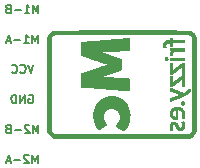
<source format=gbo>
%TF.GenerationSoftware,KiCad,Pcbnew,4.0.7-e2-6376~58~ubuntu16.04.1*%
%TF.CreationDate,2018-01-20T15:53:18+01:00*%
%TF.ProjectId,MotorController,4D6F746F72436F6E74726F6C6C65722E,rev?*%
%TF.FileFunction,Legend,Bot*%
%FSLAX46Y46*%
G04 Gerber Fmt 4.6, Leading zero omitted, Abs format (unit mm)*
G04 Created by KiCad (PCBNEW 4.0.7-e2-6376~58~ubuntu16.04.1) date Sat Jan 20 15:53:18 2018*
%MOMM*%
%LPD*%
G01*
G04 APERTURE LIST*
%ADD10C,0.100000*%
%ADD11C,0.175000*%
%ADD12C,0.010000*%
G04 APERTURE END LIST*
D10*
D11*
X6380000Y-15556667D02*
X6380000Y-14856667D01*
X6146667Y-15356667D01*
X5913334Y-14856667D01*
X5913334Y-15556667D01*
X5613334Y-14923333D02*
X5580000Y-14890000D01*
X5513334Y-14856667D01*
X5346667Y-14856667D01*
X5280000Y-14890000D01*
X5246667Y-14923333D01*
X5213334Y-14990000D01*
X5213334Y-15056667D01*
X5246667Y-15156667D01*
X5646667Y-15556667D01*
X5213334Y-15556667D01*
X4913333Y-15290000D02*
X4380000Y-15290000D01*
X4080000Y-15356667D02*
X3746666Y-15356667D01*
X4146666Y-15556667D02*
X3913333Y-14856667D01*
X3680000Y-15556667D01*
X6430000Y-13016667D02*
X6430000Y-12316667D01*
X6196667Y-12816667D01*
X5963334Y-12316667D01*
X5963334Y-13016667D01*
X5663334Y-12383333D02*
X5630000Y-12350000D01*
X5563334Y-12316667D01*
X5396667Y-12316667D01*
X5330000Y-12350000D01*
X5296667Y-12383333D01*
X5263334Y-12450000D01*
X5263334Y-12516667D01*
X5296667Y-12616667D01*
X5696667Y-13016667D01*
X5263334Y-13016667D01*
X4963333Y-12750000D02*
X4430000Y-12750000D01*
X3863333Y-12650000D02*
X3763333Y-12683333D01*
X3730000Y-12716667D01*
X3696666Y-12783333D01*
X3696666Y-12883333D01*
X3730000Y-12950000D01*
X3763333Y-12983333D01*
X3830000Y-13016667D01*
X4096666Y-13016667D01*
X4096666Y-12316667D01*
X3863333Y-12316667D01*
X3796666Y-12350000D01*
X3763333Y-12383333D01*
X3730000Y-12450000D01*
X3730000Y-12516667D01*
X3763333Y-12583333D01*
X3796666Y-12616667D01*
X3863333Y-12650000D01*
X4096666Y-12650000D01*
X6430000Y-2856667D02*
X6430000Y-2156667D01*
X6196667Y-2656667D01*
X5963334Y-2156667D01*
X5963334Y-2856667D01*
X5263334Y-2856667D02*
X5663334Y-2856667D01*
X5463334Y-2856667D02*
X5463334Y-2156667D01*
X5530000Y-2256667D01*
X5596667Y-2323333D01*
X5663334Y-2356667D01*
X4963333Y-2590000D02*
X4430000Y-2590000D01*
X3863333Y-2490000D02*
X3763333Y-2523333D01*
X3730000Y-2556667D01*
X3696666Y-2623333D01*
X3696666Y-2723333D01*
X3730000Y-2790000D01*
X3763333Y-2823333D01*
X3830000Y-2856667D01*
X4096666Y-2856667D01*
X4096666Y-2156667D01*
X3863333Y-2156667D01*
X3796666Y-2190000D01*
X3763333Y-2223333D01*
X3730000Y-2290000D01*
X3730000Y-2356667D01*
X3763333Y-2423333D01*
X3796666Y-2456667D01*
X3863333Y-2490000D01*
X4096666Y-2490000D01*
X6380000Y-5396667D02*
X6380000Y-4696667D01*
X6146667Y-5196667D01*
X5913334Y-4696667D01*
X5913334Y-5396667D01*
X5213334Y-5396667D02*
X5613334Y-5396667D01*
X5413334Y-5396667D02*
X5413334Y-4696667D01*
X5480000Y-4796667D01*
X5546667Y-4863333D01*
X5613334Y-4896667D01*
X4913333Y-5130000D02*
X4380000Y-5130000D01*
X4080000Y-5196667D02*
X3746666Y-5196667D01*
X4146666Y-5396667D02*
X3913333Y-4696667D01*
X3680000Y-5396667D01*
X6013333Y-7236667D02*
X5780000Y-7936667D01*
X5546667Y-7236667D01*
X4913333Y-7870000D02*
X4946667Y-7903333D01*
X5046667Y-7936667D01*
X5113333Y-7936667D01*
X5213333Y-7903333D01*
X5280000Y-7836667D01*
X5313333Y-7770000D01*
X5346667Y-7636667D01*
X5346667Y-7536667D01*
X5313333Y-7403333D01*
X5280000Y-7336667D01*
X5213333Y-7270000D01*
X5113333Y-7236667D01*
X5046667Y-7236667D01*
X4946667Y-7270000D01*
X4913333Y-7303333D01*
X4213333Y-7870000D02*
X4246667Y-7903333D01*
X4346667Y-7936667D01*
X4413333Y-7936667D01*
X4513333Y-7903333D01*
X4580000Y-7836667D01*
X4613333Y-7770000D01*
X4646667Y-7636667D01*
X4646667Y-7536667D01*
X4613333Y-7403333D01*
X4580000Y-7336667D01*
X4513333Y-7270000D01*
X4413333Y-7236667D01*
X4346667Y-7236667D01*
X4246667Y-7270000D01*
X4213333Y-7303333D01*
X5613333Y-9810000D02*
X5679999Y-9776667D01*
X5779999Y-9776667D01*
X5879999Y-9810000D01*
X5946666Y-9876667D01*
X5979999Y-9943333D01*
X6013333Y-10076667D01*
X6013333Y-10176667D01*
X5979999Y-10310000D01*
X5946666Y-10376667D01*
X5879999Y-10443333D01*
X5779999Y-10476667D01*
X5713333Y-10476667D01*
X5613333Y-10443333D01*
X5579999Y-10410000D01*
X5579999Y-10176667D01*
X5713333Y-10176667D01*
X5279999Y-10476667D02*
X5279999Y-9776667D01*
X4879999Y-10476667D01*
X4879999Y-9776667D01*
X4546666Y-10476667D02*
X4546666Y-9776667D01*
X4380000Y-9776667D01*
X4280000Y-9810000D01*
X4213333Y-9876667D01*
X4180000Y-9943333D01*
X4146666Y-10076667D01*
X4146666Y-10176667D01*
X4180000Y-10310000D01*
X4213333Y-10376667D01*
X4280000Y-10443333D01*
X4380000Y-10476667D01*
X4546666Y-10476667D01*
D12*
G36*
X7180118Y-9431553D02*
X7180248Y-9735805D01*
X7180450Y-10035455D01*
X7180723Y-10328848D01*
X7181067Y-10614335D01*
X7181483Y-10890260D01*
X7181970Y-11154974D01*
X7182529Y-11406822D01*
X7183161Y-11644153D01*
X7183864Y-11865313D01*
X7184640Y-12068652D01*
X7185489Y-12252516D01*
X7186410Y-12415253D01*
X7187404Y-12555211D01*
X7188471Y-12670736D01*
X7189612Y-12760178D01*
X7190826Y-12821882D01*
X7192114Y-12854198D01*
X7192593Y-12858308D01*
X7235762Y-12982608D01*
X7304054Y-13101536D01*
X7392468Y-13209976D01*
X7496008Y-13302813D01*
X7609674Y-13374930D01*
X7728468Y-13421212D01*
X7747000Y-13425740D01*
X7767399Y-13426782D01*
X7818163Y-13427778D01*
X7897914Y-13428727D01*
X8005272Y-13429630D01*
X8138860Y-13430486D01*
X8297299Y-13431295D01*
X8479212Y-13432058D01*
X8683220Y-13432774D01*
X8907945Y-13433444D01*
X9152008Y-13434067D01*
X9414032Y-13434644D01*
X9692638Y-13435174D01*
X9986448Y-13435658D01*
X10294084Y-13436095D01*
X10614167Y-13436486D01*
X10945320Y-13436830D01*
X11286164Y-13437128D01*
X11635320Y-13437380D01*
X11991411Y-13437585D01*
X12353059Y-13437744D01*
X12718885Y-13437856D01*
X13087511Y-13437922D01*
X13457558Y-13437942D01*
X13827649Y-13437916D01*
X14196406Y-13437843D01*
X14562449Y-13437724D01*
X14924402Y-13437559D01*
X15280885Y-13437348D01*
X15630520Y-13437090D01*
X15971930Y-13436787D01*
X16303736Y-13436437D01*
X16624559Y-13436041D01*
X16933022Y-13435599D01*
X17227747Y-13435111D01*
X17507354Y-13434576D01*
X17770467Y-13433996D01*
X18015706Y-13433370D01*
X18241693Y-13432697D01*
X18447051Y-13431979D01*
X18630400Y-13431215D01*
X18790364Y-13430404D01*
X18925563Y-13429548D01*
X19034619Y-13428646D01*
X19116154Y-13427697D01*
X19168791Y-13426703D01*
X19191150Y-13425663D01*
X19191539Y-13425591D01*
X19233184Y-13414085D01*
X19261610Y-13403025D01*
X19262976Y-13402224D01*
X19294829Y-13389523D01*
X19300859Y-13388323D01*
X19329352Y-13377652D01*
X19356421Y-13362330D01*
X19388599Y-13343993D01*
X19407187Y-13336839D01*
X19424719Y-13325152D01*
X19458748Y-13295930D01*
X19503504Y-13254266D01*
X19531054Y-13227448D01*
X19634638Y-13105819D01*
X19708379Y-12975561D01*
X19747236Y-12858308D01*
X19748470Y-12837267D01*
X19749663Y-12786138D01*
X19750812Y-12706584D01*
X19751918Y-12600267D01*
X19752978Y-12468850D01*
X19753992Y-12313994D01*
X19754957Y-12137362D01*
X19755873Y-11940618D01*
X19756738Y-11725422D01*
X19757552Y-11493437D01*
X19758312Y-11246326D01*
X19759017Y-10985751D01*
X19759666Y-10713374D01*
X19760258Y-10430859D01*
X19760792Y-10139866D01*
X19761265Y-9842059D01*
X19761677Y-9539099D01*
X19762026Y-9232650D01*
X19762311Y-8924373D01*
X19762531Y-8615932D01*
X19762685Y-8308987D01*
X19762770Y-8005202D01*
X19762786Y-7706240D01*
X19762732Y-7413761D01*
X19762605Y-7129429D01*
X19762405Y-6854907D01*
X19762131Y-6591856D01*
X19761780Y-6341939D01*
X19761353Y-6106817D01*
X19760847Y-5888155D01*
X19760260Y-5687613D01*
X19759593Y-5506855D01*
X19758843Y-5347542D01*
X19758009Y-5211338D01*
X19757090Y-5099903D01*
X19756084Y-5014902D01*
X19754990Y-4957995D01*
X19753808Y-4930846D01*
X19753572Y-4929187D01*
X19742921Y-4890274D01*
X19737035Y-4873625D01*
X19727383Y-4848131D01*
X19725388Y-4841875D01*
X19715988Y-4819070D01*
X19696809Y-4778949D01*
X19673197Y-4732113D01*
X19650500Y-4689161D01*
X19634063Y-4660694D01*
X19633801Y-4660293D01*
X19575441Y-4585854D01*
X19505172Y-4517255D01*
X19454812Y-4479195D01*
X19408667Y-4450769D01*
X19358487Y-4422096D01*
X19311623Y-4397063D01*
X19275425Y-4379559D01*
X19257244Y-4373474D01*
X19256375Y-4374220D01*
X19243082Y-4373067D01*
X19209535Y-4363322D01*
X19190949Y-4357008D01*
X19169173Y-4354874D01*
X19117172Y-4352853D01*
X19036316Y-4350944D01*
X18927976Y-4349145D01*
X18793523Y-4347456D01*
X18634326Y-4345876D01*
X18451757Y-4344404D01*
X18247186Y-4343040D01*
X18021984Y-4341783D01*
X17777521Y-4340631D01*
X17515167Y-4339585D01*
X17236294Y-4338643D01*
X16942271Y-4337805D01*
X16634470Y-4337070D01*
X16314261Y-4336437D01*
X15983015Y-4335905D01*
X15642101Y-4335473D01*
X15292891Y-4335141D01*
X14936755Y-4334908D01*
X14575064Y-4334773D01*
X14209188Y-4334736D01*
X13840498Y-4334794D01*
X13470364Y-4334949D01*
X13110807Y-4335191D01*
X13110807Y-4643604D01*
X13478135Y-4643614D01*
X13845427Y-4643657D01*
X14211302Y-4643735D01*
X14574380Y-4643845D01*
X14933279Y-4643989D01*
X15286618Y-4644167D01*
X15633016Y-4644377D01*
X15971092Y-4644621D01*
X16299465Y-4644898D01*
X16616754Y-4645208D01*
X16921577Y-4645550D01*
X17212553Y-4645925D01*
X17488302Y-4646333D01*
X17747442Y-4646774D01*
X17988592Y-4647246D01*
X18210371Y-4647752D01*
X18411397Y-4648289D01*
X18590291Y-4648859D01*
X18745670Y-4649460D01*
X18876154Y-4650094D01*
X18980361Y-4650759D01*
X19056910Y-4651456D01*
X19104421Y-4652185D01*
X19121437Y-4652917D01*
X19211653Y-4689124D01*
X19266591Y-4728269D01*
X19293027Y-4748730D01*
X19308717Y-4752490D01*
X19322249Y-4758221D01*
X19345121Y-4785713D01*
X19373166Y-4827993D01*
X19402222Y-4878086D01*
X19428123Y-4929020D01*
X19446704Y-4973819D01*
X19452159Y-4992687D01*
X19452772Y-5011216D01*
X19453354Y-5060123D01*
X19453902Y-5138035D01*
X19454415Y-5243578D01*
X19454892Y-5375381D01*
X19455329Y-5532070D01*
X19455727Y-5712274D01*
X19456083Y-5914618D01*
X19456396Y-6137732D01*
X19456663Y-6380242D01*
X19456884Y-6640775D01*
X19457056Y-6917958D01*
X19457179Y-7210420D01*
X19457249Y-7516787D01*
X19457266Y-7835687D01*
X19457227Y-8165747D01*
X19457132Y-8505595D01*
X19456978Y-8853857D01*
X19456946Y-8913812D01*
X19454812Y-12803187D01*
X19420231Y-12874625D01*
X19372223Y-12948849D01*
X19304684Y-13021377D01*
X19228522Y-13081471D01*
X19184937Y-13106281D01*
X19178755Y-13108977D01*
X19171219Y-13111509D01*
X19161345Y-13113881D01*
X19148153Y-13116098D01*
X19130659Y-13118166D01*
X19107882Y-13120090D01*
X19078840Y-13121875D01*
X19042551Y-13123526D01*
X18998032Y-13125049D01*
X18944301Y-13126448D01*
X18880377Y-13127729D01*
X18805278Y-13128898D01*
X18718021Y-13129958D01*
X18617624Y-13130916D01*
X18503105Y-13131777D01*
X18373483Y-13132545D01*
X18227774Y-13133227D01*
X18064998Y-13133827D01*
X17884171Y-13134351D01*
X17684313Y-13134803D01*
X17464440Y-13135189D01*
X17223571Y-13135514D01*
X16960724Y-13135784D01*
X16674917Y-13136003D01*
X16365167Y-13136176D01*
X16030492Y-13136310D01*
X15669911Y-13136409D01*
X15282441Y-13136478D01*
X14867101Y-13136523D01*
X14422908Y-13136548D01*
X13948880Y-13136559D01*
X13469937Y-13136562D01*
X7818437Y-13136562D01*
X7747000Y-13101981D01*
X7712309Y-13081129D01*
X7670540Y-13050291D01*
X7627281Y-13014504D01*
X7588119Y-12978810D01*
X7558642Y-12948247D01*
X7544438Y-12927855D01*
X7547717Y-12922250D01*
X7549691Y-12912503D01*
X7537395Y-12894468D01*
X7515633Y-12860046D01*
X7496012Y-12814961D01*
X7495351Y-12813021D01*
X7493294Y-12797904D01*
X7491400Y-12764775D01*
X7489665Y-12712855D01*
X7488088Y-12641366D01*
X7486665Y-12549528D01*
X7485393Y-12436563D01*
X7484270Y-12301692D01*
X7483292Y-12144135D01*
X7482458Y-11963116D01*
X7481764Y-11757853D01*
X7481207Y-11527569D01*
X7480785Y-11271485D01*
X7480496Y-10988822D01*
X7480335Y-10678801D01*
X7480300Y-10340643D01*
X7480389Y-9973570D01*
X7480599Y-9576802D01*
X7480927Y-9149562D01*
X7481197Y-8860146D01*
X7485062Y-4960937D01*
X7521078Y-4900393D01*
X7560089Y-4836448D01*
X7589638Y-4793503D01*
X7615449Y-4764677D01*
X7643249Y-4743089D01*
X7661223Y-4731947D01*
X7698669Y-4711041D01*
X7724082Y-4699000D01*
X7727390Y-4698047D01*
X7748501Y-4687446D01*
X7760454Y-4678546D01*
X7793480Y-4659915D01*
X7816017Y-4652114D01*
X7834701Y-4651358D01*
X7883735Y-4650637D01*
X7961737Y-4649952D01*
X8067326Y-4649303D01*
X8199121Y-4648689D01*
X8355740Y-4648111D01*
X8535803Y-4647568D01*
X8737928Y-4647061D01*
X8960734Y-4646588D01*
X9202841Y-4646151D01*
X9462866Y-4645749D01*
X9739430Y-4645381D01*
X10031150Y-4645049D01*
X10336646Y-4644751D01*
X10654537Y-4644487D01*
X10983441Y-4644258D01*
X11321978Y-4644064D01*
X11668766Y-4643904D01*
X12022424Y-4643778D01*
X12381571Y-4643686D01*
X12744826Y-4643628D01*
X13110807Y-4643604D01*
X13110807Y-4335191D01*
X13100157Y-4335199D01*
X12731247Y-4335543D01*
X12365005Y-4335980D01*
X12002802Y-4336509D01*
X11646008Y-4337131D01*
X11295993Y-4337844D01*
X10954129Y-4338646D01*
X10621785Y-4339539D01*
X10300333Y-4340519D01*
X9991143Y-4341588D01*
X9695584Y-4342744D01*
X9415029Y-4343986D01*
X9150847Y-4345314D01*
X8904410Y-4346726D01*
X8677087Y-4348223D01*
X8470248Y-4349802D01*
X8285266Y-4351464D01*
X8123510Y-4353207D01*
X7986350Y-4355031D01*
X7875158Y-4356936D01*
X7791304Y-4358919D01*
X7736158Y-4360981D01*
X7711091Y-4363120D01*
X7709752Y-4363600D01*
X7689152Y-4377442D01*
X7683500Y-4376868D01*
X7671713Y-4374790D01*
X7640319Y-4387834D01*
X7595265Y-4412280D01*
X7542500Y-4444409D01*
X7487972Y-4480504D01*
X7437629Y-4516844D01*
X7397420Y-4549710D01*
X7380619Y-4566231D01*
X7351164Y-4602416D01*
X7317136Y-4649223D01*
X7283868Y-4698600D01*
X7256692Y-4742496D01*
X7240941Y-4772861D01*
X7238999Y-4780063D01*
X7233487Y-4802160D01*
X7220685Y-4836872D01*
X7204393Y-4877287D01*
X7193452Y-4905375D01*
X7192133Y-4924584D01*
X7190882Y-4973891D01*
X7189698Y-5051643D01*
X7188582Y-5156188D01*
X7187533Y-5285873D01*
X7186553Y-5439046D01*
X7185640Y-5614054D01*
X7184796Y-5809246D01*
X7184020Y-6022968D01*
X7183313Y-6253569D01*
X7182675Y-6499395D01*
X7182106Y-6758795D01*
X7181606Y-7030116D01*
X7181175Y-7311706D01*
X7180814Y-7601911D01*
X7180523Y-7899081D01*
X7180301Y-8201562D01*
X7180150Y-8507702D01*
X7180069Y-8815849D01*
X7180058Y-9124350D01*
X7180118Y-9431553D01*
X7180118Y-9431553D01*
G37*
X7180118Y-9431553D02*
X7180248Y-9735805D01*
X7180450Y-10035455D01*
X7180723Y-10328848D01*
X7181067Y-10614335D01*
X7181483Y-10890260D01*
X7181970Y-11154974D01*
X7182529Y-11406822D01*
X7183161Y-11644153D01*
X7183864Y-11865313D01*
X7184640Y-12068652D01*
X7185489Y-12252516D01*
X7186410Y-12415253D01*
X7187404Y-12555211D01*
X7188471Y-12670736D01*
X7189612Y-12760178D01*
X7190826Y-12821882D01*
X7192114Y-12854198D01*
X7192593Y-12858308D01*
X7235762Y-12982608D01*
X7304054Y-13101536D01*
X7392468Y-13209976D01*
X7496008Y-13302813D01*
X7609674Y-13374930D01*
X7728468Y-13421212D01*
X7747000Y-13425740D01*
X7767399Y-13426782D01*
X7818163Y-13427778D01*
X7897914Y-13428727D01*
X8005272Y-13429630D01*
X8138860Y-13430486D01*
X8297299Y-13431295D01*
X8479212Y-13432058D01*
X8683220Y-13432774D01*
X8907945Y-13433444D01*
X9152008Y-13434067D01*
X9414032Y-13434644D01*
X9692638Y-13435174D01*
X9986448Y-13435658D01*
X10294084Y-13436095D01*
X10614167Y-13436486D01*
X10945320Y-13436830D01*
X11286164Y-13437128D01*
X11635320Y-13437380D01*
X11991411Y-13437585D01*
X12353059Y-13437744D01*
X12718885Y-13437856D01*
X13087511Y-13437922D01*
X13457558Y-13437942D01*
X13827649Y-13437916D01*
X14196406Y-13437843D01*
X14562449Y-13437724D01*
X14924402Y-13437559D01*
X15280885Y-13437348D01*
X15630520Y-13437090D01*
X15971930Y-13436787D01*
X16303736Y-13436437D01*
X16624559Y-13436041D01*
X16933022Y-13435599D01*
X17227747Y-13435111D01*
X17507354Y-13434576D01*
X17770467Y-13433996D01*
X18015706Y-13433370D01*
X18241693Y-13432697D01*
X18447051Y-13431979D01*
X18630400Y-13431215D01*
X18790364Y-13430404D01*
X18925563Y-13429548D01*
X19034619Y-13428646D01*
X19116154Y-13427697D01*
X19168791Y-13426703D01*
X19191150Y-13425663D01*
X19191539Y-13425591D01*
X19233184Y-13414085D01*
X19261610Y-13403025D01*
X19262976Y-13402224D01*
X19294829Y-13389523D01*
X19300859Y-13388323D01*
X19329352Y-13377652D01*
X19356421Y-13362330D01*
X19388599Y-13343993D01*
X19407187Y-13336839D01*
X19424719Y-13325152D01*
X19458748Y-13295930D01*
X19503504Y-13254266D01*
X19531054Y-13227448D01*
X19634638Y-13105819D01*
X19708379Y-12975561D01*
X19747236Y-12858308D01*
X19748470Y-12837267D01*
X19749663Y-12786138D01*
X19750812Y-12706584D01*
X19751918Y-12600267D01*
X19752978Y-12468850D01*
X19753992Y-12313994D01*
X19754957Y-12137362D01*
X19755873Y-11940618D01*
X19756738Y-11725422D01*
X19757552Y-11493437D01*
X19758312Y-11246326D01*
X19759017Y-10985751D01*
X19759666Y-10713374D01*
X19760258Y-10430859D01*
X19760792Y-10139866D01*
X19761265Y-9842059D01*
X19761677Y-9539099D01*
X19762026Y-9232650D01*
X19762311Y-8924373D01*
X19762531Y-8615932D01*
X19762685Y-8308987D01*
X19762770Y-8005202D01*
X19762786Y-7706240D01*
X19762732Y-7413761D01*
X19762605Y-7129429D01*
X19762405Y-6854907D01*
X19762131Y-6591856D01*
X19761780Y-6341939D01*
X19761353Y-6106817D01*
X19760847Y-5888155D01*
X19760260Y-5687613D01*
X19759593Y-5506855D01*
X19758843Y-5347542D01*
X19758009Y-5211338D01*
X19757090Y-5099903D01*
X19756084Y-5014902D01*
X19754990Y-4957995D01*
X19753808Y-4930846D01*
X19753572Y-4929187D01*
X19742921Y-4890274D01*
X19737035Y-4873625D01*
X19727383Y-4848131D01*
X19725388Y-4841875D01*
X19715988Y-4819070D01*
X19696809Y-4778949D01*
X19673197Y-4732113D01*
X19650500Y-4689161D01*
X19634063Y-4660694D01*
X19633801Y-4660293D01*
X19575441Y-4585854D01*
X19505172Y-4517255D01*
X19454812Y-4479195D01*
X19408667Y-4450769D01*
X19358487Y-4422096D01*
X19311623Y-4397063D01*
X19275425Y-4379559D01*
X19257244Y-4373474D01*
X19256375Y-4374220D01*
X19243082Y-4373067D01*
X19209535Y-4363322D01*
X19190949Y-4357008D01*
X19169173Y-4354874D01*
X19117172Y-4352853D01*
X19036316Y-4350944D01*
X18927976Y-4349145D01*
X18793523Y-4347456D01*
X18634326Y-4345876D01*
X18451757Y-4344404D01*
X18247186Y-4343040D01*
X18021984Y-4341783D01*
X17777521Y-4340631D01*
X17515167Y-4339585D01*
X17236294Y-4338643D01*
X16942271Y-4337805D01*
X16634470Y-4337070D01*
X16314261Y-4336437D01*
X15983015Y-4335905D01*
X15642101Y-4335473D01*
X15292891Y-4335141D01*
X14936755Y-4334908D01*
X14575064Y-4334773D01*
X14209188Y-4334736D01*
X13840498Y-4334794D01*
X13470364Y-4334949D01*
X13110807Y-4335191D01*
X13110807Y-4643604D01*
X13478135Y-4643614D01*
X13845427Y-4643657D01*
X14211302Y-4643735D01*
X14574380Y-4643845D01*
X14933279Y-4643989D01*
X15286618Y-4644167D01*
X15633016Y-4644377D01*
X15971092Y-4644621D01*
X16299465Y-4644898D01*
X16616754Y-4645208D01*
X16921577Y-4645550D01*
X17212553Y-4645925D01*
X17488302Y-4646333D01*
X17747442Y-4646774D01*
X17988592Y-4647246D01*
X18210371Y-4647752D01*
X18411397Y-4648289D01*
X18590291Y-4648859D01*
X18745670Y-4649460D01*
X18876154Y-4650094D01*
X18980361Y-4650759D01*
X19056910Y-4651456D01*
X19104421Y-4652185D01*
X19121437Y-4652917D01*
X19211653Y-4689124D01*
X19266591Y-4728269D01*
X19293027Y-4748730D01*
X19308717Y-4752490D01*
X19322249Y-4758221D01*
X19345121Y-4785713D01*
X19373166Y-4827993D01*
X19402222Y-4878086D01*
X19428123Y-4929020D01*
X19446704Y-4973819D01*
X19452159Y-4992687D01*
X19452772Y-5011216D01*
X19453354Y-5060123D01*
X19453902Y-5138035D01*
X19454415Y-5243578D01*
X19454892Y-5375381D01*
X19455329Y-5532070D01*
X19455727Y-5712274D01*
X19456083Y-5914618D01*
X19456396Y-6137732D01*
X19456663Y-6380242D01*
X19456884Y-6640775D01*
X19457056Y-6917958D01*
X19457179Y-7210420D01*
X19457249Y-7516787D01*
X19457266Y-7835687D01*
X19457227Y-8165747D01*
X19457132Y-8505595D01*
X19456978Y-8853857D01*
X19456946Y-8913812D01*
X19454812Y-12803187D01*
X19420231Y-12874625D01*
X19372223Y-12948849D01*
X19304684Y-13021377D01*
X19228522Y-13081471D01*
X19184937Y-13106281D01*
X19178755Y-13108977D01*
X19171219Y-13111509D01*
X19161345Y-13113881D01*
X19148153Y-13116098D01*
X19130659Y-13118166D01*
X19107882Y-13120090D01*
X19078840Y-13121875D01*
X19042551Y-13123526D01*
X18998032Y-13125049D01*
X18944301Y-13126448D01*
X18880377Y-13127729D01*
X18805278Y-13128898D01*
X18718021Y-13129958D01*
X18617624Y-13130916D01*
X18503105Y-13131777D01*
X18373483Y-13132545D01*
X18227774Y-13133227D01*
X18064998Y-13133827D01*
X17884171Y-13134351D01*
X17684313Y-13134803D01*
X17464440Y-13135189D01*
X17223571Y-13135514D01*
X16960724Y-13135784D01*
X16674917Y-13136003D01*
X16365167Y-13136176D01*
X16030492Y-13136310D01*
X15669911Y-13136409D01*
X15282441Y-13136478D01*
X14867101Y-13136523D01*
X14422908Y-13136548D01*
X13948880Y-13136559D01*
X13469937Y-13136562D01*
X7818437Y-13136562D01*
X7747000Y-13101981D01*
X7712309Y-13081129D01*
X7670540Y-13050291D01*
X7627281Y-13014504D01*
X7588119Y-12978810D01*
X7558642Y-12948247D01*
X7544438Y-12927855D01*
X7547717Y-12922250D01*
X7549691Y-12912503D01*
X7537395Y-12894468D01*
X7515633Y-12860046D01*
X7496012Y-12814961D01*
X7495351Y-12813021D01*
X7493294Y-12797904D01*
X7491400Y-12764775D01*
X7489665Y-12712855D01*
X7488088Y-12641366D01*
X7486665Y-12549528D01*
X7485393Y-12436563D01*
X7484270Y-12301692D01*
X7483292Y-12144135D01*
X7482458Y-11963116D01*
X7481764Y-11757853D01*
X7481207Y-11527569D01*
X7480785Y-11271485D01*
X7480496Y-10988822D01*
X7480335Y-10678801D01*
X7480300Y-10340643D01*
X7480389Y-9973570D01*
X7480599Y-9576802D01*
X7480927Y-9149562D01*
X7481197Y-8860146D01*
X7485062Y-4960937D01*
X7521078Y-4900393D01*
X7560089Y-4836448D01*
X7589638Y-4793503D01*
X7615449Y-4764677D01*
X7643249Y-4743089D01*
X7661223Y-4731947D01*
X7698669Y-4711041D01*
X7724082Y-4699000D01*
X7727390Y-4698047D01*
X7748501Y-4687446D01*
X7760454Y-4678546D01*
X7793480Y-4659915D01*
X7816017Y-4652114D01*
X7834701Y-4651358D01*
X7883735Y-4650637D01*
X7961737Y-4649952D01*
X8067326Y-4649303D01*
X8199121Y-4648689D01*
X8355740Y-4648111D01*
X8535803Y-4647568D01*
X8737928Y-4647061D01*
X8960734Y-4646588D01*
X9202841Y-4646151D01*
X9462866Y-4645749D01*
X9739430Y-4645381D01*
X10031150Y-4645049D01*
X10336646Y-4644751D01*
X10654537Y-4644487D01*
X10983441Y-4644258D01*
X11321978Y-4644064D01*
X11668766Y-4643904D01*
X12022424Y-4643778D01*
X12381571Y-4643686D01*
X12744826Y-4643628D01*
X13110807Y-4643604D01*
X13110807Y-4335191D01*
X13100157Y-4335199D01*
X12731247Y-4335543D01*
X12365005Y-4335980D01*
X12002802Y-4336509D01*
X11646008Y-4337131D01*
X11295993Y-4337844D01*
X10954129Y-4338646D01*
X10621785Y-4339539D01*
X10300333Y-4340519D01*
X9991143Y-4341588D01*
X9695584Y-4342744D01*
X9415029Y-4343986D01*
X9150847Y-4345314D01*
X8904410Y-4346726D01*
X8677087Y-4348223D01*
X8470248Y-4349802D01*
X8285266Y-4351464D01*
X8123510Y-4353207D01*
X7986350Y-4355031D01*
X7875158Y-4356936D01*
X7791304Y-4358919D01*
X7736158Y-4360981D01*
X7711091Y-4363120D01*
X7709752Y-4363600D01*
X7689152Y-4377442D01*
X7683500Y-4376868D01*
X7671713Y-4374790D01*
X7640319Y-4387834D01*
X7595265Y-4412280D01*
X7542500Y-4444409D01*
X7487972Y-4480504D01*
X7437629Y-4516844D01*
X7397420Y-4549710D01*
X7380619Y-4566231D01*
X7351164Y-4602416D01*
X7317136Y-4649223D01*
X7283868Y-4698600D01*
X7256692Y-4742496D01*
X7240941Y-4772861D01*
X7238999Y-4780063D01*
X7233487Y-4802160D01*
X7220685Y-4836872D01*
X7204393Y-4877287D01*
X7193452Y-4905375D01*
X7192133Y-4924584D01*
X7190882Y-4973891D01*
X7189698Y-5051643D01*
X7188582Y-5156188D01*
X7187533Y-5285873D01*
X7186553Y-5439046D01*
X7185640Y-5614054D01*
X7184796Y-5809246D01*
X7184020Y-6022968D01*
X7183313Y-6253569D01*
X7182675Y-6499395D01*
X7182106Y-6758795D01*
X7181606Y-7030116D01*
X7181175Y-7311706D01*
X7180814Y-7601911D01*
X7180523Y-7899081D01*
X7180301Y-8201562D01*
X7180150Y-8507702D01*
X7180069Y-8815849D01*
X7180058Y-9124350D01*
X7180118Y-9431553D01*
G36*
X17575428Y-10224156D02*
X17580201Y-10266533D01*
X17586989Y-10286405D01*
X17588466Y-10287000D01*
X17612899Y-10281772D01*
X17647997Y-10270009D01*
X17680765Y-10258434D01*
X17696820Y-10254454D01*
X17696822Y-10254455D01*
X17712146Y-10248946D01*
X17744074Y-10233581D01*
X17748416Y-10231351D01*
X17780036Y-10217765D01*
X17795552Y-10216523D01*
X17795875Y-10217615D01*
X17805698Y-10216522D01*
X17827625Y-10199687D01*
X17850534Y-10182297D01*
X17859375Y-10181759D01*
X17871522Y-10182667D01*
X17901330Y-10170792D01*
X17907000Y-10167937D01*
X17938700Y-10154171D01*
X17954291Y-10152554D01*
X17954625Y-10153598D01*
X17964362Y-10154730D01*
X17974468Y-10148169D01*
X17999885Y-10134867D01*
X18044458Y-10117164D01*
X18081625Y-10104424D01*
X18131967Y-10087535D01*
X18170392Y-10073318D01*
X18184812Y-10066848D01*
X18205992Y-10056471D01*
X18208625Y-10055725D01*
X18227852Y-10049112D01*
X18265150Y-10034759D01*
X18309252Y-10017068D01*
X18335625Y-10006118D01*
X18361068Y-9995718D01*
X18367375Y-9993353D01*
X18386269Y-9985942D01*
X18420002Y-9972138D01*
X18453249Y-9959077D01*
X18470548Y-9953625D01*
X18470562Y-9953625D01*
X18487797Y-9948200D01*
X18521018Y-9935154D01*
X18521122Y-9935111D01*
X18555175Y-9921190D01*
X18573750Y-9913937D01*
X18592544Y-9906613D01*
X18627215Y-9892511D01*
X18629312Y-9891647D01*
X18661738Y-9878784D01*
X18676803Y-9873796D01*
X18676937Y-9873881D01*
X18689772Y-9869700D01*
X18723786Y-9853869D01*
X18772239Y-9829864D01*
X18828394Y-9801157D01*
X18885512Y-9771225D01*
X18936853Y-9743540D01*
X18975680Y-9721577D01*
X18991381Y-9711763D01*
X19034224Y-9678924D01*
X19082553Y-9637084D01*
X19130263Y-9592198D01*
X19171251Y-9550219D01*
X19199413Y-9517103D01*
X19208750Y-9499704D01*
X19219809Y-9475059D01*
X19232946Y-9461181D01*
X19249617Y-9441797D01*
X19249946Y-9433904D01*
X19252307Y-9416935D01*
X19267115Y-9383707D01*
X19272783Y-9373237D01*
X19290764Y-9334578D01*
X19289668Y-9313219D01*
X19283564Y-9307532D01*
X19258249Y-9294791D01*
X19252406Y-9293071D01*
X19232562Y-9286875D01*
X19211359Y-9279614D01*
X19208750Y-9278937D01*
X19190020Y-9272417D01*
X19188906Y-9271678D01*
X19172145Y-9266948D01*
X19143207Y-9261471D01*
X19106185Y-9266877D01*
X19088360Y-9296897D01*
X19087194Y-9318625D01*
X19076867Y-9345804D01*
X19047955Y-9386871D01*
X19006265Y-9435391D01*
X18957606Y-9484930D01*
X18907786Y-9529054D01*
X18875456Y-9553189D01*
X18807634Y-9596516D01*
X18757149Y-9621684D01*
X18716726Y-9630587D01*
X18679086Y-9625119D01*
X18647766Y-9612472D01*
X18605415Y-9594275D01*
X18572583Y-9583377D01*
X18568647Y-9582611D01*
X18535898Y-9569733D01*
X18523757Y-9561372D01*
X18496519Y-9543994D01*
X18486437Y-9540323D01*
X18457402Y-9531731D01*
X18413818Y-9516350D01*
X18370510Y-9499434D01*
X18367375Y-9498118D01*
X18341956Y-9488108D01*
X18335625Y-9486055D01*
X18312585Y-9478086D01*
X18269368Y-9461585D01*
X18215123Y-9440188D01*
X18158999Y-9417526D01*
X18110146Y-9397234D01*
X18089562Y-9388342D01*
X18049131Y-9370696D01*
X18022479Y-9359522D01*
X18018125Y-9357905D01*
X17998486Y-9350216D01*
X17983645Y-9343812D01*
X17949002Y-9331734D01*
X17936020Y-9328862D01*
X17904399Y-9317801D01*
X17891125Y-9310484D01*
X17866679Y-9296619D01*
X17859375Y-9293725D01*
X17840536Y-9287317D01*
X17805791Y-9273955D01*
X17803812Y-9273167D01*
X17746076Y-9250767D01*
X17713878Y-9239897D01*
X17704427Y-9238546D01*
X17689095Y-9232987D01*
X17657273Y-9217637D01*
X17653622Y-9215759D01*
X17615553Y-9198105D01*
X17591958Y-9195981D01*
X17579398Y-9213582D01*
X17574436Y-9255099D01*
X17573625Y-9313333D01*
X17574874Y-9369200D01*
X17578191Y-9408624D01*
X17582923Y-9424801D01*
X17584242Y-9424423D01*
X17602378Y-9425537D01*
X17623930Y-9440113D01*
X17645581Y-9456092D01*
X17653000Y-9455615D01*
X17665147Y-9454707D01*
X17694955Y-9466582D01*
X17700625Y-9469437D01*
X17732325Y-9483203D01*
X17747916Y-9484820D01*
X17748250Y-9483776D01*
X17757991Y-9482637D01*
X17768093Y-9489186D01*
X17791494Y-9500957D01*
X17837017Y-9518965D01*
X17896457Y-9540048D01*
X17922875Y-9548824D01*
X17984952Y-9569501D01*
X18035894Y-9587329D01*
X18067815Y-9599512D01*
X18073687Y-9602294D01*
X18094871Y-9612656D01*
X18097500Y-9613399D01*
X18117015Y-9620117D01*
X18155989Y-9635132D01*
X18204542Y-9654603D01*
X18224500Y-9662806D01*
X18259176Y-9674490D01*
X18269395Y-9676987D01*
X18302205Y-9687081D01*
X18317020Y-9693062D01*
X18343552Y-9703964D01*
X18351500Y-9706573D01*
X18370084Y-9711583D01*
X18408892Y-9722468D01*
X18437530Y-9730603D01*
X18515622Y-9752880D01*
X18454216Y-9774139D01*
X18405056Y-9789687D01*
X18362544Y-9800777D01*
X18356542Y-9801975D01*
X18320684Y-9811397D01*
X18303874Y-9818687D01*
X18276771Y-9828995D01*
X18244574Y-9836601D01*
X18204779Y-9848467D01*
X18181336Y-9861259D01*
X18164124Y-9869998D01*
X18161000Y-9866312D01*
X18151407Y-9864373D01*
X18139910Y-9871990D01*
X18106157Y-9890162D01*
X18088316Y-9895361D01*
X18047548Y-9906587D01*
X18031270Y-9912775D01*
X17996486Y-9925305D01*
X17983645Y-9928637D01*
X17949946Y-9938758D01*
X17938750Y-9943171D01*
X17904072Y-9956597D01*
X17855513Y-9973658D01*
X17801273Y-9991710D01*
X17749554Y-10008109D01*
X17708558Y-10020210D01*
X17686486Y-10025370D01*
X17684750Y-10025058D01*
X17672617Y-10027131D01*
X17643318Y-10040504D01*
X17642231Y-10041066D01*
X17608114Y-10054341D01*
X17586669Y-10055063D01*
X17580497Y-10065625D01*
X17575901Y-10100880D01*
X17573704Y-10153776D01*
X17573625Y-10167000D01*
X17575428Y-10224156D01*
X17575428Y-10224156D01*
G37*
X17575428Y-10224156D02*
X17580201Y-10266533D01*
X17586989Y-10286405D01*
X17588466Y-10287000D01*
X17612899Y-10281772D01*
X17647997Y-10270009D01*
X17680765Y-10258434D01*
X17696820Y-10254454D01*
X17696822Y-10254455D01*
X17712146Y-10248946D01*
X17744074Y-10233581D01*
X17748416Y-10231351D01*
X17780036Y-10217765D01*
X17795552Y-10216523D01*
X17795875Y-10217615D01*
X17805698Y-10216522D01*
X17827625Y-10199687D01*
X17850534Y-10182297D01*
X17859375Y-10181759D01*
X17871522Y-10182667D01*
X17901330Y-10170792D01*
X17907000Y-10167937D01*
X17938700Y-10154171D01*
X17954291Y-10152554D01*
X17954625Y-10153598D01*
X17964362Y-10154730D01*
X17974468Y-10148169D01*
X17999885Y-10134867D01*
X18044458Y-10117164D01*
X18081625Y-10104424D01*
X18131967Y-10087535D01*
X18170392Y-10073318D01*
X18184812Y-10066848D01*
X18205992Y-10056471D01*
X18208625Y-10055725D01*
X18227852Y-10049112D01*
X18265150Y-10034759D01*
X18309252Y-10017068D01*
X18335625Y-10006118D01*
X18361068Y-9995718D01*
X18367375Y-9993353D01*
X18386269Y-9985942D01*
X18420002Y-9972138D01*
X18453249Y-9959077D01*
X18470548Y-9953625D01*
X18470562Y-9953625D01*
X18487797Y-9948200D01*
X18521018Y-9935154D01*
X18521122Y-9935111D01*
X18555175Y-9921190D01*
X18573750Y-9913937D01*
X18592544Y-9906613D01*
X18627215Y-9892511D01*
X18629312Y-9891647D01*
X18661738Y-9878784D01*
X18676803Y-9873796D01*
X18676937Y-9873881D01*
X18689772Y-9869700D01*
X18723786Y-9853869D01*
X18772239Y-9829864D01*
X18828394Y-9801157D01*
X18885512Y-9771225D01*
X18936853Y-9743540D01*
X18975680Y-9721577D01*
X18991381Y-9711763D01*
X19034224Y-9678924D01*
X19082553Y-9637084D01*
X19130263Y-9592198D01*
X19171251Y-9550219D01*
X19199413Y-9517103D01*
X19208750Y-9499704D01*
X19219809Y-9475059D01*
X19232946Y-9461181D01*
X19249617Y-9441797D01*
X19249946Y-9433904D01*
X19252307Y-9416935D01*
X19267115Y-9383707D01*
X19272783Y-9373237D01*
X19290764Y-9334578D01*
X19289668Y-9313219D01*
X19283564Y-9307532D01*
X19258249Y-9294791D01*
X19252406Y-9293071D01*
X19232562Y-9286875D01*
X19211359Y-9279614D01*
X19208750Y-9278937D01*
X19190020Y-9272417D01*
X19188906Y-9271678D01*
X19172145Y-9266948D01*
X19143207Y-9261471D01*
X19106185Y-9266877D01*
X19088360Y-9296897D01*
X19087194Y-9318625D01*
X19076867Y-9345804D01*
X19047955Y-9386871D01*
X19006265Y-9435391D01*
X18957606Y-9484930D01*
X18907786Y-9529054D01*
X18875456Y-9553189D01*
X18807634Y-9596516D01*
X18757149Y-9621684D01*
X18716726Y-9630587D01*
X18679086Y-9625119D01*
X18647766Y-9612472D01*
X18605415Y-9594275D01*
X18572583Y-9583377D01*
X18568647Y-9582611D01*
X18535898Y-9569733D01*
X18523757Y-9561372D01*
X18496519Y-9543994D01*
X18486437Y-9540323D01*
X18457402Y-9531731D01*
X18413818Y-9516350D01*
X18370510Y-9499434D01*
X18367375Y-9498118D01*
X18341956Y-9488108D01*
X18335625Y-9486055D01*
X18312585Y-9478086D01*
X18269368Y-9461585D01*
X18215123Y-9440188D01*
X18158999Y-9417526D01*
X18110146Y-9397234D01*
X18089562Y-9388342D01*
X18049131Y-9370696D01*
X18022479Y-9359522D01*
X18018125Y-9357905D01*
X17998486Y-9350216D01*
X17983645Y-9343812D01*
X17949002Y-9331734D01*
X17936020Y-9328862D01*
X17904399Y-9317801D01*
X17891125Y-9310484D01*
X17866679Y-9296619D01*
X17859375Y-9293725D01*
X17840536Y-9287317D01*
X17805791Y-9273955D01*
X17803812Y-9273167D01*
X17746076Y-9250767D01*
X17713878Y-9239897D01*
X17704427Y-9238546D01*
X17689095Y-9232987D01*
X17657273Y-9217637D01*
X17653622Y-9215759D01*
X17615553Y-9198105D01*
X17591958Y-9195981D01*
X17579398Y-9213582D01*
X17574436Y-9255099D01*
X17573625Y-9313333D01*
X17574874Y-9369200D01*
X17578191Y-9408624D01*
X17582923Y-9424801D01*
X17584242Y-9424423D01*
X17602378Y-9425537D01*
X17623930Y-9440113D01*
X17645581Y-9456092D01*
X17653000Y-9455615D01*
X17665147Y-9454707D01*
X17694955Y-9466582D01*
X17700625Y-9469437D01*
X17732325Y-9483203D01*
X17747916Y-9484820D01*
X17748250Y-9483776D01*
X17757991Y-9482637D01*
X17768093Y-9489186D01*
X17791494Y-9500957D01*
X17837017Y-9518965D01*
X17896457Y-9540048D01*
X17922875Y-9548824D01*
X17984952Y-9569501D01*
X18035894Y-9587329D01*
X18067815Y-9599512D01*
X18073687Y-9602294D01*
X18094871Y-9612656D01*
X18097500Y-9613399D01*
X18117015Y-9620117D01*
X18155989Y-9635132D01*
X18204542Y-9654603D01*
X18224500Y-9662806D01*
X18259176Y-9674490D01*
X18269395Y-9676987D01*
X18302205Y-9687081D01*
X18317020Y-9693062D01*
X18343552Y-9703964D01*
X18351500Y-9706573D01*
X18370084Y-9711583D01*
X18408892Y-9722468D01*
X18437530Y-9730603D01*
X18515622Y-9752880D01*
X18454216Y-9774139D01*
X18405056Y-9789687D01*
X18362544Y-9800777D01*
X18356542Y-9801975D01*
X18320684Y-9811397D01*
X18303874Y-9818687D01*
X18276771Y-9828995D01*
X18244574Y-9836601D01*
X18204779Y-9848467D01*
X18181336Y-9861259D01*
X18164124Y-9869998D01*
X18161000Y-9866312D01*
X18151407Y-9864373D01*
X18139910Y-9871990D01*
X18106157Y-9890162D01*
X18088316Y-9895361D01*
X18047548Y-9906587D01*
X18031270Y-9912775D01*
X17996486Y-9925305D01*
X17983645Y-9928637D01*
X17949946Y-9938758D01*
X17938750Y-9943171D01*
X17904072Y-9956597D01*
X17855513Y-9973658D01*
X17801273Y-9991710D01*
X17749554Y-10008109D01*
X17708558Y-10020210D01*
X17686486Y-10025370D01*
X17684750Y-10025058D01*
X17672617Y-10027131D01*
X17643318Y-10040504D01*
X17642231Y-10041066D01*
X17608114Y-10054341D01*
X17586669Y-10055063D01*
X17580497Y-10065625D01*
X17575901Y-10100880D01*
X17573704Y-10153776D01*
X17573625Y-10167000D01*
X17575428Y-10224156D01*
G36*
X18475433Y-10513140D02*
X18480172Y-10518221D01*
X18488784Y-10535788D01*
X18487185Y-10539789D01*
X18492280Y-10557809D01*
X18514914Y-10585447D01*
X18518899Y-10589293D01*
X18571882Y-10619316D01*
X18635907Y-10627912D01*
X18698656Y-10615070D01*
X18739512Y-10589494D01*
X18765723Y-10561978D01*
X18777495Y-10543861D01*
X18777542Y-10542861D01*
X18779459Y-10525125D01*
X18787778Y-10478616D01*
X18783779Y-10445750D01*
X18768203Y-10418361D01*
X18740502Y-10383647D01*
X18737632Y-10380520D01*
X18706595Y-10353841D01*
X18671488Y-10343271D01*
X18627084Y-10343353D01*
X18577709Y-10353233D01*
X18530766Y-10373708D01*
X18495455Y-10399445D01*
X18480973Y-10425109D01*
X18481082Y-10428013D01*
X18479165Y-10445750D01*
X18470674Y-10484417D01*
X18475433Y-10513140D01*
X18475433Y-10513140D01*
G37*
X18475433Y-10513140D02*
X18480172Y-10518221D01*
X18488784Y-10535788D01*
X18487185Y-10539789D01*
X18492280Y-10557809D01*
X18514914Y-10585447D01*
X18518899Y-10589293D01*
X18571882Y-10619316D01*
X18635907Y-10627912D01*
X18698656Y-10615070D01*
X18739512Y-10589494D01*
X18765723Y-10561978D01*
X18777495Y-10543861D01*
X18777542Y-10542861D01*
X18779459Y-10525125D01*
X18787778Y-10478616D01*
X18783779Y-10445750D01*
X18768203Y-10418361D01*
X18740502Y-10383647D01*
X18737632Y-10380520D01*
X18706595Y-10353841D01*
X18671488Y-10343271D01*
X18627084Y-10343353D01*
X18577709Y-10353233D01*
X18530766Y-10373708D01*
X18495455Y-10399445D01*
X18480973Y-10425109D01*
X18481082Y-10428013D01*
X18479165Y-10445750D01*
X18470674Y-10484417D01*
X18475433Y-10513140D01*
G36*
X17551255Y-11384933D02*
X17553606Y-11420576D01*
X17556945Y-11433968D01*
X17562094Y-11450660D01*
X17568114Y-11477625D01*
X17587491Y-11553244D01*
X17614575Y-11610544D01*
X17656802Y-11662951D01*
X17687257Y-11692768D01*
X17773440Y-11760525D01*
X17866020Y-11806042D01*
X17972645Y-11832175D01*
X18085593Y-11841443D01*
X18208625Y-11844823D01*
X18208625Y-11013933D01*
X18281958Y-11022915D01*
X18347036Y-11037160D01*
X18411275Y-11061715D01*
X18467365Y-11092478D01*
X18507996Y-11125346D01*
X18525856Y-11156217D01*
X18526125Y-11159927D01*
X18535025Y-11171111D01*
X18540195Y-11169177D01*
X18554637Y-11174827D01*
X18562616Y-11192417D01*
X18570307Y-11221672D01*
X18572985Y-11231705D01*
X18578915Y-11250070D01*
X18591175Y-11286675D01*
X18595285Y-11298810D01*
X18609806Y-11372798D01*
X18612094Y-11463901D01*
X18602828Y-11560230D01*
X18582690Y-11649894D01*
X18573667Y-11676279D01*
X18562307Y-11711160D01*
X18563641Y-11734077D01*
X18582517Y-11749419D01*
X18623782Y-11761570D01*
X18680212Y-11772692D01*
X18704465Y-11767184D01*
X18725585Y-11739683D01*
X18744149Y-11688169D01*
X18760733Y-11610620D01*
X18775912Y-11505018D01*
X18787825Y-11394929D01*
X18789100Y-11361455D01*
X18786462Y-11346378D01*
X18780844Y-11328626D01*
X18773682Y-11291246D01*
X18771659Y-11278261D01*
X18743331Y-11155313D01*
X18696659Y-11054092D01*
X18628825Y-10968628D01*
X18622546Y-10962434D01*
X18587903Y-10930663D01*
X18564433Y-10912670D01*
X18557875Y-10911459D01*
X18548105Y-10910524D01*
X18524460Y-10892097D01*
X18523131Y-10890868D01*
X18491531Y-10867461D01*
X18467569Y-10858500D01*
X18442691Y-10857591D01*
X18422544Y-10851623D01*
X18391049Y-10835955D01*
X18338128Y-10820095D01*
X18263062Y-10812708D01*
X18174152Y-10813258D01*
X18079698Y-10821208D01*
X18029811Y-10829267D01*
X18029811Y-11022796D01*
X18037539Y-11027041D01*
X18042978Y-11041503D01*
X18046529Y-11070169D01*
X18048592Y-11117025D01*
X18049569Y-11186055D01*
X18049860Y-11281245D01*
X18049875Y-11327832D01*
X18049875Y-11640555D01*
X17990343Y-11631140D01*
X17933472Y-11621329D01*
X17895335Y-11611432D01*
X17863175Y-11597308D01*
X17832965Y-11580057D01*
X17785503Y-11540276D01*
X17744907Y-11486804D01*
X17721450Y-11433371D01*
X17720718Y-11430000D01*
X17714720Y-11365424D01*
X17719063Y-11297879D01*
X17732455Y-11241911D01*
X17738594Y-11228546D01*
X17759216Y-11189365D01*
X17772894Y-11160125D01*
X17792856Y-11136529D01*
X17831565Y-11106171D01*
X17878957Y-11075628D01*
X17924969Y-11051481D01*
X17955168Y-11040957D01*
X17998705Y-11030738D01*
X18019393Y-11024784D01*
X18029811Y-11022796D01*
X18029811Y-10829267D01*
X17987999Y-10836022D01*
X17907357Y-10857164D01*
X17875250Y-10869299D01*
X17849873Y-10879362D01*
X17843500Y-10881354D01*
X17810956Y-10896252D01*
X17769190Y-10924940D01*
X17726422Y-10960387D01*
X17690872Y-10995563D01*
X17670760Y-11023438D01*
X17668875Y-11030696D01*
X17663698Y-11045994D01*
X17658614Y-11044031D01*
X17646344Y-11049941D01*
X17627592Y-11077311D01*
X17606543Y-11117698D01*
X17587379Y-11162657D01*
X17574284Y-11203742D01*
X17571313Y-11220258D01*
X17564703Y-11258163D01*
X17557375Y-11279187D01*
X17553176Y-11301153D01*
X17551123Y-11340763D01*
X17551255Y-11384933D01*
X17551255Y-11384933D01*
G37*
X17551255Y-11384933D02*
X17553606Y-11420576D01*
X17556945Y-11433968D01*
X17562094Y-11450660D01*
X17568114Y-11477625D01*
X17587491Y-11553244D01*
X17614575Y-11610544D01*
X17656802Y-11662951D01*
X17687257Y-11692768D01*
X17773440Y-11760525D01*
X17866020Y-11806042D01*
X17972645Y-11832175D01*
X18085593Y-11841443D01*
X18208625Y-11844823D01*
X18208625Y-11013933D01*
X18281958Y-11022915D01*
X18347036Y-11037160D01*
X18411275Y-11061715D01*
X18467365Y-11092478D01*
X18507996Y-11125346D01*
X18525856Y-11156217D01*
X18526125Y-11159927D01*
X18535025Y-11171111D01*
X18540195Y-11169177D01*
X18554637Y-11174827D01*
X18562616Y-11192417D01*
X18570307Y-11221672D01*
X18572985Y-11231705D01*
X18578915Y-11250070D01*
X18591175Y-11286675D01*
X18595285Y-11298810D01*
X18609806Y-11372798D01*
X18612094Y-11463901D01*
X18602828Y-11560230D01*
X18582690Y-11649894D01*
X18573667Y-11676279D01*
X18562307Y-11711160D01*
X18563641Y-11734077D01*
X18582517Y-11749419D01*
X18623782Y-11761570D01*
X18680212Y-11772692D01*
X18704465Y-11767184D01*
X18725585Y-11739683D01*
X18744149Y-11688169D01*
X18760733Y-11610620D01*
X18775912Y-11505018D01*
X18787825Y-11394929D01*
X18789100Y-11361455D01*
X18786462Y-11346378D01*
X18780844Y-11328626D01*
X18773682Y-11291246D01*
X18771659Y-11278261D01*
X18743331Y-11155313D01*
X18696659Y-11054092D01*
X18628825Y-10968628D01*
X18622546Y-10962434D01*
X18587903Y-10930663D01*
X18564433Y-10912670D01*
X18557875Y-10911459D01*
X18548105Y-10910524D01*
X18524460Y-10892097D01*
X18523131Y-10890868D01*
X18491531Y-10867461D01*
X18467569Y-10858500D01*
X18442691Y-10857591D01*
X18422544Y-10851623D01*
X18391049Y-10835955D01*
X18338128Y-10820095D01*
X18263062Y-10812708D01*
X18174152Y-10813258D01*
X18079698Y-10821208D01*
X18029811Y-10829267D01*
X18029811Y-11022796D01*
X18037539Y-11027041D01*
X18042978Y-11041503D01*
X18046529Y-11070169D01*
X18048592Y-11117025D01*
X18049569Y-11186055D01*
X18049860Y-11281245D01*
X18049875Y-11327832D01*
X18049875Y-11640555D01*
X17990343Y-11631140D01*
X17933472Y-11621329D01*
X17895335Y-11611432D01*
X17863175Y-11597308D01*
X17832965Y-11580057D01*
X17785503Y-11540276D01*
X17744907Y-11486804D01*
X17721450Y-11433371D01*
X17720718Y-11430000D01*
X17714720Y-11365424D01*
X17719063Y-11297879D01*
X17732455Y-11241911D01*
X17738594Y-11228546D01*
X17759216Y-11189365D01*
X17772894Y-11160125D01*
X17792856Y-11136529D01*
X17831565Y-11106171D01*
X17878957Y-11075628D01*
X17924969Y-11051481D01*
X17955168Y-11040957D01*
X17998705Y-11030738D01*
X18019393Y-11024784D01*
X18029811Y-11022796D01*
X18029811Y-10829267D01*
X17987999Y-10836022D01*
X17907357Y-10857164D01*
X17875250Y-10869299D01*
X17849873Y-10879362D01*
X17843500Y-10881354D01*
X17810956Y-10896252D01*
X17769190Y-10924940D01*
X17726422Y-10960387D01*
X17690872Y-10995563D01*
X17670760Y-11023438D01*
X17668875Y-11030696D01*
X17663698Y-11045994D01*
X17658614Y-11044031D01*
X17646344Y-11049941D01*
X17627592Y-11077311D01*
X17606543Y-11117698D01*
X17587379Y-11162657D01*
X17574284Y-11203742D01*
X17571313Y-11220258D01*
X17564703Y-11258163D01*
X17557375Y-11279187D01*
X17553176Y-11301153D01*
X17551123Y-11340763D01*
X17551255Y-11384933D01*
G36*
X17550317Y-12477750D02*
X17557147Y-12540562D01*
X17568038Y-12602033D01*
X17580838Y-12652011D01*
X17593238Y-12680156D01*
X17600979Y-12697115D01*
X17596920Y-12700000D01*
X17596799Y-12709753D01*
X17612779Y-12731160D01*
X17635881Y-12751496D01*
X17659092Y-12751439D01*
X17684664Y-12739731D01*
X17717348Y-12726160D01*
X17735831Y-12724643D01*
X17736037Y-12724829D01*
X17750905Y-12721338D01*
X17761206Y-12711453D01*
X17769796Y-12685452D01*
X17756473Y-12647569D01*
X17743572Y-12617846D01*
X17742887Y-12604778D01*
X17743197Y-12604750D01*
X17742846Y-12595106D01*
X17735622Y-12584850D01*
X17727265Y-12559223D01*
X17722339Y-12512899D01*
X17721772Y-12466816D01*
X17725546Y-12407774D01*
X17735494Y-12368503D01*
X17755494Y-12337110D01*
X17768891Y-12322296D01*
X17805830Y-12291169D01*
X17846465Y-12277950D01*
X17885217Y-12275910D01*
X17930413Y-12278281D01*
X17959245Y-12290286D01*
X17984518Y-12319266D01*
X17998986Y-12341111D01*
X18023884Y-12380571D01*
X18040263Y-12407880D01*
X18043545Y-12414250D01*
X18050094Y-12434047D01*
X18057386Y-12456205D01*
X18070020Y-12487387D01*
X18092292Y-12536134D01*
X18118750Y-12590616D01*
X18173887Y-12679531D01*
X18238426Y-12740218D01*
X18317164Y-12775863D01*
X18414899Y-12789655D01*
X18418600Y-12789778D01*
X18500251Y-12787559D01*
X18562790Y-12772142D01*
X18617659Y-12738953D01*
X18671111Y-12688891D01*
X18727740Y-12610747D01*
X18763637Y-12514414D01*
X18774709Y-12457014D01*
X18781881Y-12409273D01*
X18787762Y-12371943D01*
X18790316Y-12342455D01*
X18788515Y-12332256D01*
X18783289Y-12314679D01*
X18776231Y-12277327D01*
X18774037Y-12263437D01*
X18764570Y-12202773D01*
X18757694Y-12166160D01*
X18751662Y-12146195D01*
X18744727Y-12135477D01*
X18743542Y-12134251D01*
X18733707Y-12110165D01*
X18732500Y-12097138D01*
X18723397Y-12062961D01*
X18712656Y-12044286D01*
X18695327Y-12027245D01*
X18673861Y-12028668D01*
X18648771Y-12040510D01*
X18617105Y-12056858D01*
X18601278Y-12064658D01*
X18601146Y-12064706D01*
X18584967Y-12069133D01*
X18561209Y-12075403D01*
X18536387Y-12085346D01*
X18539149Y-12100782D01*
X18547109Y-12110673D01*
X18571310Y-12150937D01*
X18592240Y-12207601D01*
X18608540Y-12272641D01*
X18618852Y-12338028D01*
X18621816Y-12395735D01*
X18616074Y-12437735D01*
X18605241Y-12454097D01*
X18595104Y-12471585D01*
X18596736Y-12476413D01*
X18591253Y-12494029D01*
X18568601Y-12524408D01*
X18553792Y-12540484D01*
X18518118Y-12572838D01*
X18486609Y-12585929D01*
X18443821Y-12585462D01*
X18434653Y-12584483D01*
X18393306Y-12577671D01*
X18359790Y-12564893D01*
X18330611Y-12541935D01*
X18302278Y-12504581D01*
X18271297Y-12448617D01*
X18234175Y-12369830D01*
X18208034Y-12311062D01*
X18193218Y-12274899D01*
X18186013Y-12252487D01*
X18185945Y-12251949D01*
X18175085Y-12235596D01*
X18147654Y-12203619D01*
X18109526Y-12162853D01*
X18108420Y-12161713D01*
X18035299Y-12098788D01*
X17963349Y-12065219D01*
X17886372Y-12059478D01*
X17798168Y-12080040D01*
X17789406Y-12083150D01*
X17698011Y-12130309D01*
X17629196Y-12195699D01*
X17586230Y-12276000D01*
X17580609Y-12295187D01*
X17559204Y-12390343D01*
X17550301Y-12457106D01*
X17550317Y-12477750D01*
X17550317Y-12477750D01*
G37*
X17550317Y-12477750D02*
X17557147Y-12540562D01*
X17568038Y-12602033D01*
X17580838Y-12652011D01*
X17593238Y-12680156D01*
X17600979Y-12697115D01*
X17596920Y-12700000D01*
X17596799Y-12709753D01*
X17612779Y-12731160D01*
X17635881Y-12751496D01*
X17659092Y-12751439D01*
X17684664Y-12739731D01*
X17717348Y-12726160D01*
X17735831Y-12724643D01*
X17736037Y-12724829D01*
X17750905Y-12721338D01*
X17761206Y-12711453D01*
X17769796Y-12685452D01*
X17756473Y-12647569D01*
X17743572Y-12617846D01*
X17742887Y-12604778D01*
X17743197Y-12604750D01*
X17742846Y-12595106D01*
X17735622Y-12584850D01*
X17727265Y-12559223D01*
X17722339Y-12512899D01*
X17721772Y-12466816D01*
X17725546Y-12407774D01*
X17735494Y-12368503D01*
X17755494Y-12337110D01*
X17768891Y-12322296D01*
X17805830Y-12291169D01*
X17846465Y-12277950D01*
X17885217Y-12275910D01*
X17930413Y-12278281D01*
X17959245Y-12290286D01*
X17984518Y-12319266D01*
X17998986Y-12341111D01*
X18023884Y-12380571D01*
X18040263Y-12407880D01*
X18043545Y-12414250D01*
X18050094Y-12434047D01*
X18057386Y-12456205D01*
X18070020Y-12487387D01*
X18092292Y-12536134D01*
X18118750Y-12590616D01*
X18173887Y-12679531D01*
X18238426Y-12740218D01*
X18317164Y-12775863D01*
X18414899Y-12789655D01*
X18418600Y-12789778D01*
X18500251Y-12787559D01*
X18562790Y-12772142D01*
X18617659Y-12738953D01*
X18671111Y-12688891D01*
X18727740Y-12610747D01*
X18763637Y-12514414D01*
X18774709Y-12457014D01*
X18781881Y-12409273D01*
X18787762Y-12371943D01*
X18790316Y-12342455D01*
X18788515Y-12332256D01*
X18783289Y-12314679D01*
X18776231Y-12277327D01*
X18774037Y-12263437D01*
X18764570Y-12202773D01*
X18757694Y-12166160D01*
X18751662Y-12146195D01*
X18744727Y-12135477D01*
X18743542Y-12134251D01*
X18733707Y-12110165D01*
X18732500Y-12097138D01*
X18723397Y-12062961D01*
X18712656Y-12044286D01*
X18695327Y-12027245D01*
X18673861Y-12028668D01*
X18648771Y-12040510D01*
X18617105Y-12056858D01*
X18601278Y-12064658D01*
X18601146Y-12064706D01*
X18584967Y-12069133D01*
X18561209Y-12075403D01*
X18536387Y-12085346D01*
X18539149Y-12100782D01*
X18547109Y-12110673D01*
X18571310Y-12150937D01*
X18592240Y-12207601D01*
X18608540Y-12272641D01*
X18618852Y-12338028D01*
X18621816Y-12395735D01*
X18616074Y-12437735D01*
X18605241Y-12454097D01*
X18595104Y-12471585D01*
X18596736Y-12476413D01*
X18591253Y-12494029D01*
X18568601Y-12524408D01*
X18553792Y-12540484D01*
X18518118Y-12572838D01*
X18486609Y-12585929D01*
X18443821Y-12585462D01*
X18434653Y-12584483D01*
X18393306Y-12577671D01*
X18359790Y-12564893D01*
X18330611Y-12541935D01*
X18302278Y-12504581D01*
X18271297Y-12448617D01*
X18234175Y-12369830D01*
X18208034Y-12311062D01*
X18193218Y-12274899D01*
X18186013Y-12252487D01*
X18185945Y-12251949D01*
X18175085Y-12235596D01*
X18147654Y-12203619D01*
X18109526Y-12162853D01*
X18108420Y-12161713D01*
X18035299Y-12098788D01*
X17963349Y-12065219D01*
X17886372Y-12059478D01*
X17798168Y-12080040D01*
X17789406Y-12083150D01*
X17698011Y-12130309D01*
X17629196Y-12195699D01*
X17586230Y-12276000D01*
X17580609Y-12295187D01*
X17559204Y-12390343D01*
X17550301Y-12457106D01*
X17550317Y-12477750D01*
G36*
X17006243Y-5610247D02*
X17013065Y-5665271D01*
X17023327Y-5706021D01*
X17025014Y-5709963D01*
X17038727Y-5731311D01*
X17059946Y-5740349D01*
X17098654Y-5740014D01*
X17120270Y-5738017D01*
X17174168Y-5731344D01*
X17201407Y-5723459D01*
X17207041Y-5711601D01*
X17198029Y-5695539D01*
X17182875Y-5654866D01*
X17179105Y-5597381D01*
X17187118Y-5536064D01*
X17192563Y-5516749D01*
X17213432Y-5479030D01*
X17247714Y-5438662D01*
X17285742Y-5405391D01*
X17317847Y-5388958D01*
X17319625Y-5388690D01*
X17338986Y-5384745D01*
X17375773Y-5376326D01*
X17380836Y-5375129D01*
X17432372Y-5365911D01*
X17492023Y-5359194D01*
X17503868Y-5358373D01*
X17573625Y-5354257D01*
X17573625Y-5644284D01*
X17748250Y-5644284D01*
X17748250Y-5357440D01*
X18764250Y-5358184D01*
X18764250Y-5261425D01*
X18762633Y-5208574D01*
X18758435Y-5169299D01*
X18753666Y-5154083D01*
X18735751Y-5151481D01*
X18689991Y-5149110D01*
X18620293Y-5147054D01*
X18530560Y-5145392D01*
X18424699Y-5144207D01*
X18306615Y-5143579D01*
X18245666Y-5143500D01*
X17748250Y-5143500D01*
X17748250Y-4976090D01*
X17573625Y-4976090D01*
X17573625Y-5143500D01*
X17506156Y-5144714D01*
X17458119Y-5146662D01*
X17421344Y-5150024D01*
X17414875Y-5151140D01*
X17381640Y-5158010D01*
X17347270Y-5164774D01*
X17275793Y-5181978D01*
X17227272Y-5202794D01*
X17204531Y-5219275D01*
X17183482Y-5233091D01*
X17176750Y-5230302D01*
X17166810Y-5231746D01*
X17141737Y-5250980D01*
X17128022Y-5263561D01*
X17084714Y-5314516D01*
X17049163Y-5373255D01*
X17029216Y-5426532D01*
X17028236Y-5431985D01*
X17017065Y-5464820D01*
X17012448Y-5473228D01*
X17005331Y-5502855D01*
X17003464Y-5552318D01*
X17006243Y-5610247D01*
X17006243Y-5610247D01*
G37*
X17006243Y-5610247D02*
X17013065Y-5665271D01*
X17023327Y-5706021D01*
X17025014Y-5709963D01*
X17038727Y-5731311D01*
X17059946Y-5740349D01*
X17098654Y-5740014D01*
X17120270Y-5738017D01*
X17174168Y-5731344D01*
X17201407Y-5723459D01*
X17207041Y-5711601D01*
X17198029Y-5695539D01*
X17182875Y-5654866D01*
X17179105Y-5597381D01*
X17187118Y-5536064D01*
X17192563Y-5516749D01*
X17213432Y-5479030D01*
X17247714Y-5438662D01*
X17285742Y-5405391D01*
X17317847Y-5388958D01*
X17319625Y-5388690D01*
X17338986Y-5384745D01*
X17375773Y-5376326D01*
X17380836Y-5375129D01*
X17432372Y-5365911D01*
X17492023Y-5359194D01*
X17503868Y-5358373D01*
X17573625Y-5354257D01*
X17573625Y-5644284D01*
X17748250Y-5644284D01*
X17748250Y-5357440D01*
X18764250Y-5358184D01*
X18764250Y-5261425D01*
X18762633Y-5208574D01*
X18758435Y-5169299D01*
X18753666Y-5154083D01*
X18735751Y-5151481D01*
X18689991Y-5149110D01*
X18620293Y-5147054D01*
X18530560Y-5145392D01*
X18424699Y-5144207D01*
X18306615Y-5143579D01*
X18245666Y-5143500D01*
X17748250Y-5143500D01*
X17748250Y-4976090D01*
X17573625Y-4976090D01*
X17573625Y-5143500D01*
X17506156Y-5144714D01*
X17458119Y-5146662D01*
X17421344Y-5150024D01*
X17414875Y-5151140D01*
X17381640Y-5158010D01*
X17347270Y-5164774D01*
X17275793Y-5181978D01*
X17227272Y-5202794D01*
X17204531Y-5219275D01*
X17183482Y-5233091D01*
X17176750Y-5230302D01*
X17166810Y-5231746D01*
X17141737Y-5250980D01*
X17128022Y-5263561D01*
X17084714Y-5314516D01*
X17049163Y-5373255D01*
X17029216Y-5426532D01*
X17028236Y-5431985D01*
X17017065Y-5464820D01*
X17012448Y-5473228D01*
X17005331Y-5502855D01*
X17003464Y-5552318D01*
X17006243Y-5610247D01*
G36*
X17555573Y-6393656D02*
X17570808Y-6405920D01*
X17614354Y-6412320D01*
X17659699Y-6413500D01*
X17761649Y-6413500D01*
X17757187Y-6361906D01*
X17756702Y-6321365D01*
X17761704Y-6294851D01*
X17761934Y-6294437D01*
X17772021Y-6266213D01*
X17776062Y-6246913D01*
X17788062Y-6222527D01*
X17814422Y-6186614D01*
X17848141Y-6147045D01*
X17882217Y-6111687D01*
X17909649Y-6088411D01*
X17921396Y-6083559D01*
X17941885Y-6080951D01*
X17977985Y-6072193D01*
X17978166Y-6072142D01*
X18002823Y-6065724D01*
X18027880Y-6060783D01*
X18057832Y-6057101D01*
X18097175Y-6054460D01*
X18150402Y-6052641D01*
X18222009Y-6051425D01*
X18316492Y-6050596D01*
X18434843Y-6049949D01*
X18764250Y-6048375D01*
X18764249Y-5941218D01*
X18764249Y-5834062D01*
X17573625Y-5832566D01*
X17573625Y-5915721D01*
X17575896Y-5964065D01*
X17581716Y-5997814D01*
X17586548Y-6006863D01*
X17608258Y-6011817D01*
X17651504Y-6016573D01*
X17696272Y-6019519D01*
X17745502Y-6023722D01*
X17777647Y-6030036D01*
X17785599Y-6036282D01*
X17764870Y-6048061D01*
X17759219Y-6048628D01*
X17734592Y-6060080D01*
X17695847Y-6090416D01*
X17649313Y-6134232D01*
X17610261Y-6175885D01*
X17578196Y-6230909D01*
X17558524Y-6303505D01*
X17554467Y-6380847D01*
X17555573Y-6393656D01*
X17555573Y-6393656D01*
G37*
X17555573Y-6393656D02*
X17570808Y-6405920D01*
X17614354Y-6412320D01*
X17659699Y-6413500D01*
X17761649Y-6413500D01*
X17757187Y-6361906D01*
X17756702Y-6321365D01*
X17761704Y-6294851D01*
X17761934Y-6294437D01*
X17772021Y-6266213D01*
X17776062Y-6246913D01*
X17788062Y-6222527D01*
X17814422Y-6186614D01*
X17848141Y-6147045D01*
X17882217Y-6111687D01*
X17909649Y-6088411D01*
X17921396Y-6083559D01*
X17941885Y-6080951D01*
X17977985Y-6072193D01*
X17978166Y-6072142D01*
X18002823Y-6065724D01*
X18027880Y-6060783D01*
X18057832Y-6057101D01*
X18097175Y-6054460D01*
X18150402Y-6052641D01*
X18222009Y-6051425D01*
X18316492Y-6050596D01*
X18434843Y-6049949D01*
X18764250Y-6048375D01*
X18764249Y-5941218D01*
X18764249Y-5834062D01*
X17573625Y-5832566D01*
X17573625Y-5915721D01*
X17575896Y-5964065D01*
X17581716Y-5997814D01*
X17586548Y-6006863D01*
X17608258Y-6011817D01*
X17651504Y-6016573D01*
X17696272Y-6019519D01*
X17745502Y-6023722D01*
X17777647Y-6030036D01*
X17785599Y-6036282D01*
X17764870Y-6048061D01*
X17759219Y-6048628D01*
X17734592Y-6060080D01*
X17695847Y-6090416D01*
X17649313Y-6134232D01*
X17610261Y-6175885D01*
X17578196Y-6230909D01*
X17558524Y-6303505D01*
X17554467Y-6380847D01*
X17555573Y-6393656D01*
G36*
X18764250Y-6850168D02*
X18764250Y-6635750D01*
X17573625Y-6635750D01*
X17573625Y-6850168D01*
X18764250Y-6850168D01*
X18764250Y-6850168D01*
G37*
X18764250Y-6850168D02*
X18764250Y-6635750D01*
X17573625Y-6635750D01*
X17573625Y-6850168D01*
X18764250Y-6850168D01*
G36*
X17648775Y-8019064D02*
X17727573Y-8000711D01*
X17769293Y-7975274D01*
X17801349Y-7950482D01*
X17822824Y-7937789D01*
X17824874Y-7937362D01*
X17841546Y-7927235D01*
X17872554Y-7901465D01*
X17895093Y-7880800D01*
X17928345Y-7850883D01*
X17949953Y-7834515D01*
X17954625Y-7833697D01*
X17964922Y-7829902D01*
X17990962Y-7809547D01*
X18006218Y-7796088D01*
X18077370Y-7736532D01*
X18169949Y-7668327D01*
X18208625Y-7641507D01*
X18244226Y-7614100D01*
X18288458Y-7576148D01*
X18307843Y-7558383D01*
X18341076Y-7529233D01*
X18362685Y-7514280D01*
X18367375Y-7514590D01*
X18377545Y-7511727D01*
X18403683Y-7491367D01*
X18426906Y-7470324D01*
X18462363Y-7438290D01*
X18488246Y-7417780D01*
X18495914Y-7413762D01*
X18513311Y-7404287D01*
X18542313Y-7381571D01*
X18543539Y-7380510D01*
X18581687Y-7347396D01*
X18589625Y-7686104D01*
X18597562Y-8024812D01*
X18680906Y-8025578D01*
X18764250Y-8026345D01*
X18764250Y-7070613D01*
X18695468Y-7071785D01*
X18624014Y-7084708D01*
X18576923Y-7112322D01*
X18532390Y-7146922D01*
X18480402Y-7186473D01*
X18463271Y-7199312D01*
X18417371Y-7234021D01*
X18376169Y-7265978D01*
X18363535Y-7276073D01*
X18324686Y-7306973D01*
X18282610Y-7339573D01*
X18242357Y-7370899D01*
X18193513Y-7409746D01*
X18173952Y-7425531D01*
X18135946Y-7454888D01*
X18108159Y-7473642D01*
X18099966Y-7477262D01*
X18083311Y-7487363D01*
X18052699Y-7512885D01*
X18034000Y-7530080D01*
X17998157Y-7561875D01*
X17970399Y-7582643D01*
X17962562Y-7586517D01*
X17943613Y-7598532D01*
X17909120Y-7626447D01*
X17866512Y-7664246D01*
X17866055Y-7664668D01*
X17823588Y-7702353D01*
X17789333Y-7730030D01*
X17770616Y-7741787D01*
X17770494Y-7741812D01*
X17765364Y-7727531D01*
X17761215Y-7684893D01*
X17758208Y-7617280D01*
X17756505Y-7528076D01*
X17756192Y-7443067D01*
X17755573Y-7330779D01*
X17753294Y-7240739D01*
X17749487Y-7175591D01*
X17744282Y-7137976D01*
X17740628Y-7129781D01*
X17715869Y-7122799D01*
X17672657Y-7119132D01*
X17653000Y-7118963D01*
X17581562Y-7119937D01*
X17573150Y-8025079D01*
X17648775Y-8019064D01*
X17648775Y-8019064D01*
G37*
X17648775Y-8019064D02*
X17727573Y-8000711D01*
X17769293Y-7975274D01*
X17801349Y-7950482D01*
X17822824Y-7937789D01*
X17824874Y-7937362D01*
X17841546Y-7927235D01*
X17872554Y-7901465D01*
X17895093Y-7880800D01*
X17928345Y-7850883D01*
X17949953Y-7834515D01*
X17954625Y-7833697D01*
X17964922Y-7829902D01*
X17990962Y-7809547D01*
X18006218Y-7796088D01*
X18077370Y-7736532D01*
X18169949Y-7668327D01*
X18208625Y-7641507D01*
X18244226Y-7614100D01*
X18288458Y-7576148D01*
X18307843Y-7558383D01*
X18341076Y-7529233D01*
X18362685Y-7514280D01*
X18367375Y-7514590D01*
X18377545Y-7511727D01*
X18403683Y-7491367D01*
X18426906Y-7470324D01*
X18462363Y-7438290D01*
X18488246Y-7417780D01*
X18495914Y-7413762D01*
X18513311Y-7404287D01*
X18542313Y-7381571D01*
X18543539Y-7380510D01*
X18581687Y-7347396D01*
X18589625Y-7686104D01*
X18597562Y-8024812D01*
X18680906Y-8025578D01*
X18764250Y-8026345D01*
X18764250Y-7070613D01*
X18695468Y-7071785D01*
X18624014Y-7084708D01*
X18576923Y-7112322D01*
X18532390Y-7146922D01*
X18480402Y-7186473D01*
X18463271Y-7199312D01*
X18417371Y-7234021D01*
X18376169Y-7265978D01*
X18363535Y-7276073D01*
X18324686Y-7306973D01*
X18282610Y-7339573D01*
X18242357Y-7370899D01*
X18193513Y-7409746D01*
X18173952Y-7425531D01*
X18135946Y-7454888D01*
X18108159Y-7473642D01*
X18099966Y-7477262D01*
X18083311Y-7487363D01*
X18052699Y-7512885D01*
X18034000Y-7530080D01*
X17998157Y-7561875D01*
X17970399Y-7582643D01*
X17962562Y-7586517D01*
X17943613Y-7598532D01*
X17909120Y-7626447D01*
X17866512Y-7664246D01*
X17866055Y-7664668D01*
X17823588Y-7702353D01*
X17789333Y-7730030D01*
X17770616Y-7741787D01*
X17770494Y-7741812D01*
X17765364Y-7727531D01*
X17761215Y-7684893D01*
X17758208Y-7617280D01*
X17756505Y-7528076D01*
X17756192Y-7443067D01*
X17755573Y-7330779D01*
X17753294Y-7240739D01*
X17749487Y-7175591D01*
X17744282Y-7137976D01*
X17740628Y-7129781D01*
X17715869Y-7122799D01*
X17672657Y-7119132D01*
X17653000Y-7118963D01*
X17581562Y-7119937D01*
X17573150Y-8025079D01*
X17648775Y-8019064D01*
G36*
X17577346Y-8608218D02*
X17581562Y-9056687D01*
X17637125Y-9057661D01*
X17680429Y-9054310D01*
X17711007Y-9044845D01*
X17712531Y-9043811D01*
X17729632Y-9037388D01*
X17732375Y-9041838D01*
X17742460Y-9040885D01*
X17767528Y-9022564D01*
X17776031Y-9015100D01*
X17816845Y-8979940D01*
X17865705Y-8940258D01*
X17880418Y-8928786D01*
X17931672Y-8889240D01*
X17988319Y-8845377D01*
X18007418Y-8830547D01*
X18058969Y-8791461D01*
X18111307Y-8753267D01*
X18129250Y-8740647D01*
X18177556Y-8704306D01*
X18223176Y-8665512D01*
X18228468Y-8660550D01*
X18256056Y-8636840D01*
X18271156Y-8629011D01*
X18272125Y-8630534D01*
X18282301Y-8628077D01*
X18308067Y-8608441D01*
X18323718Y-8594523D01*
X18372088Y-8552407D01*
X18423672Y-8511115D01*
X18430875Y-8505714D01*
X18475299Y-8471066D01*
X18514887Y-8437366D01*
X18521492Y-8431243D01*
X18551482Y-8407435D01*
X18573086Y-8397875D01*
X18579405Y-8413686D01*
X18584223Y-8460938D01*
X18587525Y-8539356D01*
X18589298Y-8648664D01*
X18589625Y-8736068D01*
X18589625Y-9074261D01*
X18665031Y-9071209D01*
X18711992Y-9069058D01*
X18744936Y-9067088D01*
X18752343Y-9066391D01*
X18755327Y-9050708D01*
X18758037Y-9007175D01*
X18760376Y-8939691D01*
X18762248Y-8852157D01*
X18763554Y-8748470D01*
X18764198Y-8632532D01*
X18764250Y-8588375D01*
X18764250Y-8112125D01*
X18696041Y-8112125D01*
X18662520Y-8113276D01*
X18634456Y-8119133D01*
X18604975Y-8133298D01*
X18567202Y-8159374D01*
X18514263Y-8200963D01*
X18491584Y-8219281D01*
X18453524Y-8248623D01*
X18425694Y-8267377D01*
X18417466Y-8271012D01*
X18400963Y-8281134D01*
X18370070Y-8306891D01*
X18347531Y-8327574D01*
X18314295Y-8357371D01*
X18292686Y-8373474D01*
X18288000Y-8374062D01*
X18277789Y-8378192D01*
X18251558Y-8399447D01*
X18228468Y-8420550D01*
X18192618Y-8452635D01*
X18165869Y-8473140D01*
X18157583Y-8477112D01*
X18139896Y-8486821D01*
X18108032Y-8511271D01*
X18090114Y-8526519D01*
X18057522Y-8553269D01*
X18037279Y-8566292D01*
X18034000Y-8565822D01*
X18023493Y-8569767D01*
X17995387Y-8591529D01*
X17954807Y-8626746D01*
X17906876Y-8671059D01*
X17880743Y-8696252D01*
X17855774Y-8717362D01*
X17843507Y-8721229D01*
X17843256Y-8720065D01*
X17836213Y-8717869D01*
X17831350Y-8723312D01*
X17810832Y-8745212D01*
X17787641Y-8766105D01*
X17776752Y-8774534D01*
X17768669Y-8776440D01*
X17762983Y-8768070D01*
X17759287Y-8745667D01*
X17757174Y-8705479D01*
X17756236Y-8643751D01*
X17756065Y-8556728D01*
X17756189Y-8476386D01*
X17756783Y-8159750D01*
X17573130Y-8159750D01*
X17577346Y-8608218D01*
X17577346Y-8608218D01*
G37*
X17577346Y-8608218D02*
X17581562Y-9056687D01*
X17637125Y-9057661D01*
X17680429Y-9054310D01*
X17711007Y-9044845D01*
X17712531Y-9043811D01*
X17729632Y-9037388D01*
X17732375Y-9041838D01*
X17742460Y-9040885D01*
X17767528Y-9022564D01*
X17776031Y-9015100D01*
X17816845Y-8979940D01*
X17865705Y-8940258D01*
X17880418Y-8928786D01*
X17931672Y-8889240D01*
X17988319Y-8845377D01*
X18007418Y-8830547D01*
X18058969Y-8791461D01*
X18111307Y-8753267D01*
X18129250Y-8740647D01*
X18177556Y-8704306D01*
X18223176Y-8665512D01*
X18228468Y-8660550D01*
X18256056Y-8636840D01*
X18271156Y-8629011D01*
X18272125Y-8630534D01*
X18282301Y-8628077D01*
X18308067Y-8608441D01*
X18323718Y-8594523D01*
X18372088Y-8552407D01*
X18423672Y-8511115D01*
X18430875Y-8505714D01*
X18475299Y-8471066D01*
X18514887Y-8437366D01*
X18521492Y-8431243D01*
X18551482Y-8407435D01*
X18573086Y-8397875D01*
X18579405Y-8413686D01*
X18584223Y-8460938D01*
X18587525Y-8539356D01*
X18589298Y-8648664D01*
X18589625Y-8736068D01*
X18589625Y-9074261D01*
X18665031Y-9071209D01*
X18711992Y-9069058D01*
X18744936Y-9067088D01*
X18752343Y-9066391D01*
X18755327Y-9050708D01*
X18758037Y-9007175D01*
X18760376Y-8939691D01*
X18762248Y-8852157D01*
X18763554Y-8748470D01*
X18764198Y-8632532D01*
X18764250Y-8588375D01*
X18764250Y-8112125D01*
X18696041Y-8112125D01*
X18662520Y-8113276D01*
X18634456Y-8119133D01*
X18604975Y-8133298D01*
X18567202Y-8159374D01*
X18514263Y-8200963D01*
X18491584Y-8219281D01*
X18453524Y-8248623D01*
X18425694Y-8267377D01*
X18417466Y-8271012D01*
X18400963Y-8281134D01*
X18370070Y-8306891D01*
X18347531Y-8327574D01*
X18314295Y-8357371D01*
X18292686Y-8373474D01*
X18288000Y-8374062D01*
X18277789Y-8378192D01*
X18251558Y-8399447D01*
X18228468Y-8420550D01*
X18192618Y-8452635D01*
X18165869Y-8473140D01*
X18157583Y-8477112D01*
X18139896Y-8486821D01*
X18108032Y-8511271D01*
X18090114Y-8526519D01*
X18057522Y-8553269D01*
X18037279Y-8566292D01*
X18034000Y-8565822D01*
X18023493Y-8569767D01*
X17995387Y-8591529D01*
X17954807Y-8626746D01*
X17906876Y-8671059D01*
X17880743Y-8696252D01*
X17855774Y-8717362D01*
X17843507Y-8721229D01*
X17843256Y-8720065D01*
X17836213Y-8717869D01*
X17831350Y-8723312D01*
X17810832Y-8745212D01*
X17787641Y-8766105D01*
X17776752Y-8774534D01*
X17768669Y-8776440D01*
X17762983Y-8768070D01*
X17759287Y-8745667D01*
X17757174Y-8705479D01*
X17756236Y-8643751D01*
X17756065Y-8556728D01*
X17756189Y-8476386D01*
X17756783Y-8159750D01*
X17573130Y-8159750D01*
X17577346Y-8608218D01*
G36*
X17125347Y-6760814D02*
X17137275Y-6814412D01*
X17158499Y-6846804D01*
X17204429Y-6872878D01*
X17260814Y-6878745D01*
X17314004Y-6864329D01*
X17336889Y-6847790D01*
X17365951Y-6799296D01*
X17377338Y-6738249D01*
X17368822Y-6679836D01*
X17363361Y-6667500D01*
X17341825Y-6637756D01*
X17323124Y-6625828D01*
X17302077Y-6621529D01*
X17299781Y-6620284D01*
X17272044Y-6612341D01*
X17231117Y-6615668D01*
X17192572Y-6628080D01*
X17178782Y-6637263D01*
X17153109Y-6655057D01*
X17138752Y-6655960D01*
X17130561Y-6659364D01*
X17126126Y-6690930D01*
X17125238Y-6752277D01*
X17125347Y-6760814D01*
X17125347Y-6760814D01*
G37*
X17125347Y-6760814D02*
X17137275Y-6814412D01*
X17158499Y-6846804D01*
X17204429Y-6872878D01*
X17260814Y-6878745D01*
X17314004Y-6864329D01*
X17336889Y-6847790D01*
X17365951Y-6799296D01*
X17377338Y-6738249D01*
X17368822Y-6679836D01*
X17363361Y-6667500D01*
X17341825Y-6637756D01*
X17323124Y-6625828D01*
X17302077Y-6621529D01*
X17299781Y-6620284D01*
X17272044Y-6612341D01*
X17231117Y-6615668D01*
X17192572Y-6628080D01*
X17178782Y-6637263D01*
X17153109Y-6655057D01*
X17138752Y-6655960D01*
X17130561Y-6659364D01*
X17126126Y-6690930D01*
X17125238Y-6752277D01*
X17125347Y-6760814D01*
G36*
X11096745Y-11753512D02*
X11104593Y-11829413D01*
X11113284Y-11866562D01*
X11122801Y-11902970D01*
X11131937Y-11952205D01*
X11133409Y-11962203D01*
X11143073Y-12014413D01*
X11155267Y-12059829D01*
X11157255Y-12065391D01*
X11168702Y-12097486D01*
X11172982Y-12112625D01*
X11178626Y-12131647D01*
X11190759Y-12165252D01*
X11202859Y-12199656D01*
X11207750Y-12218545D01*
X11215069Y-12242026D01*
X11233810Y-12283562D01*
X11259149Y-12333927D01*
X11286263Y-12383896D01*
X11310325Y-12424246D01*
X11326513Y-12445751D01*
X11326619Y-12445839D01*
X11346833Y-12471588D01*
X11350625Y-12485170D01*
X11361440Y-12509520D01*
X11382375Y-12533312D01*
X11406161Y-12561029D01*
X11414125Y-12580283D01*
X11425180Y-12602143D01*
X11452195Y-12634172D01*
X11485939Y-12667210D01*
X11517183Y-12692096D01*
X11534737Y-12700000D01*
X11558705Y-12689886D01*
X11570493Y-12680156D01*
X11593199Y-12662735D01*
X11601449Y-12659785D01*
X11619955Y-12651442D01*
X11655559Y-12630580D01*
X11684000Y-12612484D01*
X11747775Y-12571115D01*
X11792623Y-12543157D01*
X11825878Y-12524177D01*
X11850687Y-12511706D01*
X11887108Y-12488835D01*
X11914187Y-12466478D01*
X11943277Y-12442091D01*
X11961812Y-12430897D01*
X11983813Y-12419622D01*
X12021275Y-12397265D01*
X12041187Y-12384689D01*
X12080061Y-12360556D01*
X12106768Y-12345567D01*
X12112625Y-12343223D01*
X12129917Y-12334555D01*
X12159564Y-12315089D01*
X12198566Y-12287598D01*
X12147658Y-12235074D01*
X12117293Y-12201670D01*
X12099082Y-12177631D01*
X12096750Y-12172105D01*
X12088507Y-12153832D01*
X12067665Y-12119684D01*
X12055473Y-12101423D01*
X12010282Y-12026778D01*
X11981824Y-11960943D01*
X11976470Y-11940729D01*
X11966497Y-11907857D01*
X11960637Y-11893104D01*
X11946893Y-11857132D01*
X11937427Y-11817211D01*
X11934819Y-11803062D01*
X11925792Y-11768894D01*
X11920026Y-11755437D01*
X11915494Y-11732740D01*
X11911956Y-11687495D01*
X11910093Y-11628903D01*
X11910007Y-11620500D01*
X11913592Y-11538036D01*
X11924374Y-11454548D01*
X11940595Y-11378517D01*
X11960500Y-11318422D01*
X11979327Y-11285836D01*
X11993759Y-11262412D01*
X11993213Y-11252380D01*
X11996590Y-11237134D01*
X12009053Y-11223943D01*
X12029279Y-11199902D01*
X12033250Y-11187842D01*
X12043727Y-11169038D01*
X12071038Y-11135935D01*
X12104687Y-11100384D01*
X12141102Y-11065725D01*
X12166837Y-11044583D01*
X12176125Y-11041434D01*
X12185851Y-11042354D01*
X12203906Y-11029497D01*
X12231379Y-11009773D01*
X12270062Y-10986895D01*
X12311127Y-10965391D01*
X12345747Y-10949787D01*
X12365094Y-10944612D01*
X12366625Y-10946048D01*
X12378307Y-10946053D01*
X12402343Y-10934980D01*
X12439467Y-10924043D01*
X12499001Y-10916757D01*
X12571804Y-10913203D01*
X12648739Y-10913462D01*
X12720665Y-10917618D01*
X12778443Y-10925750D01*
X12799439Y-10931428D01*
X12840267Y-10945342D01*
X12867490Y-10953743D01*
X12870877Y-10954534D01*
X12915671Y-10970257D01*
X12972938Y-11000905D01*
X13031735Y-11039960D01*
X13078015Y-11077939D01*
X13113516Y-11110056D01*
X13137638Y-11129357D01*
X13144500Y-11132082D01*
X13151444Y-11133332D01*
X13169300Y-11155353D01*
X13193603Y-11191140D01*
X13219890Y-11233685D01*
X13243695Y-11275983D01*
X13260554Y-11311027D01*
X13263521Y-11318875D01*
X13270881Y-11337682D01*
X13284979Y-11372289D01*
X13285703Y-11374046D01*
X13310794Y-11463435D01*
X13323039Y-11571590D01*
X13322701Y-11688361D01*
X13310043Y-11803597D01*
X13285328Y-11907145D01*
X13270894Y-11945937D01*
X13235650Y-12027239D01*
X13209922Y-12083032D01*
X13191686Y-12117385D01*
X13178918Y-12134366D01*
X13176032Y-12136571D01*
X13166110Y-12154463D01*
X13167878Y-12159548D01*
X13164158Y-12178848D01*
X13152262Y-12192145D01*
X13132362Y-12215770D01*
X13128625Y-12227151D01*
X13120517Y-12247843D01*
X13095097Y-12285816D01*
X13050719Y-12343391D01*
X13014920Y-12387565D01*
X12972654Y-12439088D01*
X13094295Y-12500694D01*
X13153661Y-12531854D01*
X13204523Y-12560526D01*
X13238193Y-12581748D01*
X13243718Y-12585985D01*
X13264880Y-12599476D01*
X13271500Y-12596812D01*
X13281258Y-12596390D01*
X13303250Y-12612687D01*
X13326097Y-12629412D01*
X13335000Y-12628562D01*
X13344758Y-12628140D01*
X13366750Y-12644437D01*
X13389597Y-12661162D01*
X13398500Y-12660312D01*
X13408258Y-12659890D01*
X13430250Y-12676187D01*
X13453097Y-12692912D01*
X13462000Y-12692062D01*
X13471758Y-12691640D01*
X13493750Y-12707937D01*
X13516597Y-12724662D01*
X13525500Y-12723812D01*
X13535258Y-12723390D01*
X13557250Y-12739687D01*
X13580097Y-12756412D01*
X13589000Y-12755562D01*
X13598892Y-12754044D01*
X13616781Y-12766014D01*
X13648360Y-12784382D01*
X13667034Y-12788319D01*
X13686434Y-12776078D01*
X13717901Y-12745332D01*
X13755211Y-12703530D01*
X13792141Y-12658119D01*
X13822469Y-12616549D01*
X13839971Y-12586268D01*
X13841991Y-12578912D01*
X13853939Y-12554549D01*
X13866625Y-12541405D01*
X13881331Y-12521280D01*
X13905606Y-12480313D01*
X13935348Y-12426320D01*
X13966455Y-12367115D01*
X13994826Y-12310513D01*
X14016358Y-12264328D01*
X14026950Y-12236375D01*
X14027107Y-12235656D01*
X14033500Y-12215812D01*
X14040824Y-12195968D01*
X14049589Y-12172438D01*
X14055937Y-12157520D01*
X14069520Y-12117629D01*
X14073195Y-12101958D01*
X14078881Y-12077737D01*
X14081125Y-12072937D01*
X14085236Y-12063209D01*
X14092667Y-12030970D01*
X14103314Y-11977687D01*
X14112429Y-11931133D01*
X14119273Y-11896753D01*
X14128187Y-11841477D01*
X14136399Y-11770538D01*
X14143541Y-11690417D01*
X14149248Y-11607598D01*
X14153152Y-11528560D01*
X14154887Y-11459787D01*
X14154086Y-11407760D01*
X14150382Y-11378962D01*
X14148732Y-11375899D01*
X14144337Y-11358569D01*
X14138745Y-11320017D01*
X14135726Y-11293275D01*
X14128346Y-11229026D01*
X14119418Y-11171021D01*
X14106125Y-11101047D01*
X14105474Y-11097801D01*
X14090221Y-11038674D01*
X14065847Y-10961936D01*
X14036398Y-10878853D01*
X14005923Y-10800692D01*
X13978469Y-10738717D01*
X13971757Y-10725580D01*
X13929358Y-10646807D01*
X13899279Y-10592189D01*
X13879057Y-10557782D01*
X13866231Y-10539643D01*
X13858340Y-10533827D01*
X13853381Y-10535909D01*
X13844269Y-10533231D01*
X13843000Y-10523715D01*
X13832743Y-10500563D01*
X13806242Y-10464229D01*
X13779500Y-10433725D01*
X13745110Y-10394249D01*
X13722051Y-10362099D01*
X13716000Y-10347822D01*
X13710451Y-10336272D01*
X13707057Y-10338275D01*
X13692123Y-10332611D01*
X13660935Y-10309417D01*
X13619824Y-10273476D01*
X13613558Y-10267624D01*
X13571066Y-10229392D01*
X13537267Y-10202232D01*
X13518744Y-10191386D01*
X13517829Y-10191438D01*
X13500416Y-10183646D01*
X13470667Y-10160037D01*
X13460516Y-10150641D01*
X13432059Y-10126241D01*
X13415824Y-10117871D01*
X13414375Y-10119802D01*
X13404632Y-10120599D01*
X13382625Y-10104437D01*
X13359777Y-10087712D01*
X13350875Y-10088562D01*
X13341116Y-10088984D01*
X13319125Y-10072687D01*
X13296277Y-10055962D01*
X13287375Y-10056812D01*
X13277616Y-10057234D01*
X13255625Y-10040937D01*
X13232761Y-10024046D01*
X13223875Y-10024545D01*
X13214305Y-10026928D01*
X13202785Y-10019384D01*
X13168986Y-10001765D01*
X13151191Y-9997137D01*
X13116516Y-9987778D01*
X13103476Y-9981637D01*
X13076759Y-9971583D01*
X13035623Y-9961965D01*
X13033374Y-9961562D01*
X12993477Y-9952952D01*
X12968308Y-9944680D01*
X12967462Y-9944196D01*
X12937832Y-9935340D01*
X12882685Y-9927420D01*
X12808251Y-9920979D01*
X12720760Y-9916558D01*
X12628562Y-9914709D01*
X12493012Y-9917472D01*
X12377447Y-9927938D01*
X12270797Y-9947193D01*
X12251531Y-9951716D01*
X12213789Y-9958998D01*
X12193252Y-9959317D01*
X12192000Y-9957946D01*
X12182160Y-9958658D01*
X12172156Y-9965455D01*
X12146767Y-9978820D01*
X12102241Y-9996700D01*
X12065000Y-10009651D01*
X11987935Y-10038995D01*
X11910689Y-10075474D01*
X11844314Y-10113475D01*
X11807031Y-10140705D01*
X11785957Y-10154392D01*
X11779250Y-10151552D01*
X11769336Y-10152910D01*
X11744385Y-10172077D01*
X11731625Y-10183812D01*
X11702606Y-10208955D01*
X11685735Y-10218429D01*
X11684000Y-10216686D01*
X11673528Y-10221661D01*
X11645196Y-10245046D01*
X11603629Y-10282837D01*
X11564937Y-10319794D01*
X11515525Y-10369861D01*
X11476128Y-10413554D01*
X11451601Y-10445258D01*
X11445875Y-10457514D01*
X11437373Y-10471602D01*
X11430000Y-10469562D01*
X11416022Y-10472677D01*
X11414125Y-10482040D01*
X11403212Y-10508698D01*
X11382375Y-10533062D01*
X11358644Y-10560058D01*
X11350625Y-10578156D01*
X11340797Y-10600211D01*
X11316936Y-10631557D01*
X11314906Y-10633817D01*
X11297498Y-10656107D01*
X11299453Y-10661716D01*
X11303000Y-10660062D01*
X11310306Y-10660946D01*
X11297745Y-10679887D01*
X11293125Y-10685283D01*
X11272865Y-10717036D01*
X11246492Y-10770072D01*
X11217718Y-10835481D01*
X11190255Y-10904354D01*
X11167815Y-10967784D01*
X11154109Y-11016860D01*
X11153331Y-11020798D01*
X11147206Y-11048794D01*
X11144124Y-11056937D01*
X11140221Y-11070632D01*
X11134258Y-11103665D01*
X11134116Y-11104562D01*
X11123015Y-11171111D01*
X11115441Y-11208048D01*
X11112357Y-11215687D01*
X11107807Y-11230535D01*
X11103209Y-11270981D01*
X11098972Y-11330875D01*
X11095503Y-11404068D01*
X11093214Y-11484410D01*
X11092813Y-11509375D01*
X11092812Y-11646717D01*
X11096745Y-11753512D01*
X11096745Y-11753512D01*
G37*
X11096745Y-11753512D02*
X11104593Y-11829413D01*
X11113284Y-11866562D01*
X11122801Y-11902970D01*
X11131937Y-11952205D01*
X11133409Y-11962203D01*
X11143073Y-12014413D01*
X11155267Y-12059829D01*
X11157255Y-12065391D01*
X11168702Y-12097486D01*
X11172982Y-12112625D01*
X11178626Y-12131647D01*
X11190759Y-12165252D01*
X11202859Y-12199656D01*
X11207750Y-12218545D01*
X11215069Y-12242026D01*
X11233810Y-12283562D01*
X11259149Y-12333927D01*
X11286263Y-12383896D01*
X11310325Y-12424246D01*
X11326513Y-12445751D01*
X11326619Y-12445839D01*
X11346833Y-12471588D01*
X11350625Y-12485170D01*
X11361440Y-12509520D01*
X11382375Y-12533312D01*
X11406161Y-12561029D01*
X11414125Y-12580283D01*
X11425180Y-12602143D01*
X11452195Y-12634172D01*
X11485939Y-12667210D01*
X11517183Y-12692096D01*
X11534737Y-12700000D01*
X11558705Y-12689886D01*
X11570493Y-12680156D01*
X11593199Y-12662735D01*
X11601449Y-12659785D01*
X11619955Y-12651442D01*
X11655559Y-12630580D01*
X11684000Y-12612484D01*
X11747775Y-12571115D01*
X11792623Y-12543157D01*
X11825878Y-12524177D01*
X11850687Y-12511706D01*
X11887108Y-12488835D01*
X11914187Y-12466478D01*
X11943277Y-12442091D01*
X11961812Y-12430897D01*
X11983813Y-12419622D01*
X12021275Y-12397265D01*
X12041187Y-12384689D01*
X12080061Y-12360556D01*
X12106768Y-12345567D01*
X12112625Y-12343223D01*
X12129917Y-12334555D01*
X12159564Y-12315089D01*
X12198566Y-12287598D01*
X12147658Y-12235074D01*
X12117293Y-12201670D01*
X12099082Y-12177631D01*
X12096750Y-12172105D01*
X12088507Y-12153832D01*
X12067665Y-12119684D01*
X12055473Y-12101423D01*
X12010282Y-12026778D01*
X11981824Y-11960943D01*
X11976470Y-11940729D01*
X11966497Y-11907857D01*
X11960637Y-11893104D01*
X11946893Y-11857132D01*
X11937427Y-11817211D01*
X11934819Y-11803062D01*
X11925792Y-11768894D01*
X11920026Y-11755437D01*
X11915494Y-11732740D01*
X11911956Y-11687495D01*
X11910093Y-11628903D01*
X11910007Y-11620500D01*
X11913592Y-11538036D01*
X11924374Y-11454548D01*
X11940595Y-11378517D01*
X11960500Y-11318422D01*
X11979327Y-11285836D01*
X11993759Y-11262412D01*
X11993213Y-11252380D01*
X11996590Y-11237134D01*
X12009053Y-11223943D01*
X12029279Y-11199902D01*
X12033250Y-11187842D01*
X12043727Y-11169038D01*
X12071038Y-11135935D01*
X12104687Y-11100384D01*
X12141102Y-11065725D01*
X12166837Y-11044583D01*
X12176125Y-11041434D01*
X12185851Y-11042354D01*
X12203906Y-11029497D01*
X12231379Y-11009773D01*
X12270062Y-10986895D01*
X12311127Y-10965391D01*
X12345747Y-10949787D01*
X12365094Y-10944612D01*
X12366625Y-10946048D01*
X12378307Y-10946053D01*
X12402343Y-10934980D01*
X12439467Y-10924043D01*
X12499001Y-10916757D01*
X12571804Y-10913203D01*
X12648739Y-10913462D01*
X12720665Y-10917618D01*
X12778443Y-10925750D01*
X12799439Y-10931428D01*
X12840267Y-10945342D01*
X12867490Y-10953743D01*
X12870877Y-10954534D01*
X12915671Y-10970257D01*
X12972938Y-11000905D01*
X13031735Y-11039960D01*
X13078015Y-11077939D01*
X13113516Y-11110056D01*
X13137638Y-11129357D01*
X13144500Y-11132082D01*
X13151444Y-11133332D01*
X13169300Y-11155353D01*
X13193603Y-11191140D01*
X13219890Y-11233685D01*
X13243695Y-11275983D01*
X13260554Y-11311027D01*
X13263521Y-11318875D01*
X13270881Y-11337682D01*
X13284979Y-11372289D01*
X13285703Y-11374046D01*
X13310794Y-11463435D01*
X13323039Y-11571590D01*
X13322701Y-11688361D01*
X13310043Y-11803597D01*
X13285328Y-11907145D01*
X13270894Y-11945937D01*
X13235650Y-12027239D01*
X13209922Y-12083032D01*
X13191686Y-12117385D01*
X13178918Y-12134366D01*
X13176032Y-12136571D01*
X13166110Y-12154463D01*
X13167878Y-12159548D01*
X13164158Y-12178848D01*
X13152262Y-12192145D01*
X13132362Y-12215770D01*
X13128625Y-12227151D01*
X13120517Y-12247843D01*
X13095097Y-12285816D01*
X13050719Y-12343391D01*
X13014920Y-12387565D01*
X12972654Y-12439088D01*
X13094295Y-12500694D01*
X13153661Y-12531854D01*
X13204523Y-12560526D01*
X13238193Y-12581748D01*
X13243718Y-12585985D01*
X13264880Y-12599476D01*
X13271500Y-12596812D01*
X13281258Y-12596390D01*
X13303250Y-12612687D01*
X13326097Y-12629412D01*
X13335000Y-12628562D01*
X13344758Y-12628140D01*
X13366750Y-12644437D01*
X13389597Y-12661162D01*
X13398500Y-12660312D01*
X13408258Y-12659890D01*
X13430250Y-12676187D01*
X13453097Y-12692912D01*
X13462000Y-12692062D01*
X13471758Y-12691640D01*
X13493750Y-12707937D01*
X13516597Y-12724662D01*
X13525500Y-12723812D01*
X13535258Y-12723390D01*
X13557250Y-12739687D01*
X13580097Y-12756412D01*
X13589000Y-12755562D01*
X13598892Y-12754044D01*
X13616781Y-12766014D01*
X13648360Y-12784382D01*
X13667034Y-12788319D01*
X13686434Y-12776078D01*
X13717901Y-12745332D01*
X13755211Y-12703530D01*
X13792141Y-12658119D01*
X13822469Y-12616549D01*
X13839971Y-12586268D01*
X13841991Y-12578912D01*
X13853939Y-12554549D01*
X13866625Y-12541405D01*
X13881331Y-12521280D01*
X13905606Y-12480313D01*
X13935348Y-12426320D01*
X13966455Y-12367115D01*
X13994826Y-12310513D01*
X14016358Y-12264328D01*
X14026950Y-12236375D01*
X14027107Y-12235656D01*
X14033500Y-12215812D01*
X14040824Y-12195968D01*
X14049589Y-12172438D01*
X14055937Y-12157520D01*
X14069520Y-12117629D01*
X14073195Y-12101958D01*
X14078881Y-12077737D01*
X14081125Y-12072937D01*
X14085236Y-12063209D01*
X14092667Y-12030970D01*
X14103314Y-11977687D01*
X14112429Y-11931133D01*
X14119273Y-11896753D01*
X14128187Y-11841477D01*
X14136399Y-11770538D01*
X14143541Y-11690417D01*
X14149248Y-11607598D01*
X14153152Y-11528560D01*
X14154887Y-11459787D01*
X14154086Y-11407760D01*
X14150382Y-11378962D01*
X14148732Y-11375899D01*
X14144337Y-11358569D01*
X14138745Y-11320017D01*
X14135726Y-11293275D01*
X14128346Y-11229026D01*
X14119418Y-11171021D01*
X14106125Y-11101047D01*
X14105474Y-11097801D01*
X14090221Y-11038674D01*
X14065847Y-10961936D01*
X14036398Y-10878853D01*
X14005923Y-10800692D01*
X13978469Y-10738717D01*
X13971757Y-10725580D01*
X13929358Y-10646807D01*
X13899279Y-10592189D01*
X13879057Y-10557782D01*
X13866231Y-10539643D01*
X13858340Y-10533827D01*
X13853381Y-10535909D01*
X13844269Y-10533231D01*
X13843000Y-10523715D01*
X13832743Y-10500563D01*
X13806242Y-10464229D01*
X13779500Y-10433725D01*
X13745110Y-10394249D01*
X13722051Y-10362099D01*
X13716000Y-10347822D01*
X13710451Y-10336272D01*
X13707057Y-10338275D01*
X13692123Y-10332611D01*
X13660935Y-10309417D01*
X13619824Y-10273476D01*
X13613558Y-10267624D01*
X13571066Y-10229392D01*
X13537267Y-10202232D01*
X13518744Y-10191386D01*
X13517829Y-10191438D01*
X13500416Y-10183646D01*
X13470667Y-10160037D01*
X13460516Y-10150641D01*
X13432059Y-10126241D01*
X13415824Y-10117871D01*
X13414375Y-10119802D01*
X13404632Y-10120599D01*
X13382625Y-10104437D01*
X13359777Y-10087712D01*
X13350875Y-10088562D01*
X13341116Y-10088984D01*
X13319125Y-10072687D01*
X13296277Y-10055962D01*
X13287375Y-10056812D01*
X13277616Y-10057234D01*
X13255625Y-10040937D01*
X13232761Y-10024046D01*
X13223875Y-10024545D01*
X13214305Y-10026928D01*
X13202785Y-10019384D01*
X13168986Y-10001765D01*
X13151191Y-9997137D01*
X13116516Y-9987778D01*
X13103476Y-9981637D01*
X13076759Y-9971583D01*
X13035623Y-9961965D01*
X13033374Y-9961562D01*
X12993477Y-9952952D01*
X12968308Y-9944680D01*
X12967462Y-9944196D01*
X12937832Y-9935340D01*
X12882685Y-9927420D01*
X12808251Y-9920979D01*
X12720760Y-9916558D01*
X12628562Y-9914709D01*
X12493012Y-9917472D01*
X12377447Y-9927938D01*
X12270797Y-9947193D01*
X12251531Y-9951716D01*
X12213789Y-9958998D01*
X12193252Y-9959317D01*
X12192000Y-9957946D01*
X12182160Y-9958658D01*
X12172156Y-9965455D01*
X12146767Y-9978820D01*
X12102241Y-9996700D01*
X12065000Y-10009651D01*
X11987935Y-10038995D01*
X11910689Y-10075474D01*
X11844314Y-10113475D01*
X11807031Y-10140705D01*
X11785957Y-10154392D01*
X11779250Y-10151552D01*
X11769336Y-10152910D01*
X11744385Y-10172077D01*
X11731625Y-10183812D01*
X11702606Y-10208955D01*
X11685735Y-10218429D01*
X11684000Y-10216686D01*
X11673528Y-10221661D01*
X11645196Y-10245046D01*
X11603629Y-10282837D01*
X11564937Y-10319794D01*
X11515525Y-10369861D01*
X11476128Y-10413554D01*
X11451601Y-10445258D01*
X11445875Y-10457514D01*
X11437373Y-10471602D01*
X11430000Y-10469562D01*
X11416022Y-10472677D01*
X11414125Y-10482040D01*
X11403212Y-10508698D01*
X11382375Y-10533062D01*
X11358644Y-10560058D01*
X11350625Y-10578156D01*
X11340797Y-10600211D01*
X11316936Y-10631557D01*
X11314906Y-10633817D01*
X11297498Y-10656107D01*
X11299453Y-10661716D01*
X11303000Y-10660062D01*
X11310306Y-10660946D01*
X11297745Y-10679887D01*
X11293125Y-10685283D01*
X11272865Y-10717036D01*
X11246492Y-10770072D01*
X11217718Y-10835481D01*
X11190255Y-10904354D01*
X11167815Y-10967784D01*
X11154109Y-11016860D01*
X11153331Y-11020798D01*
X11147206Y-11048794D01*
X11144124Y-11056937D01*
X11140221Y-11070632D01*
X11134258Y-11103665D01*
X11134116Y-11104562D01*
X11123015Y-11171111D01*
X11115441Y-11208048D01*
X11112357Y-11215687D01*
X11107807Y-11230535D01*
X11103209Y-11270981D01*
X11098972Y-11330875D01*
X11095503Y-11404068D01*
X11093214Y-11484410D01*
X11092813Y-11509375D01*
X11092812Y-11646717D01*
X11096745Y-11753512D01*
G36*
X10017413Y-5996514D02*
X10018234Y-6113426D01*
X10019519Y-6215673D01*
X10021199Y-6299738D01*
X10023207Y-6362102D01*
X10025475Y-6399245D01*
X10027570Y-6408346D01*
X10047257Y-6406837D01*
X10055351Y-6411524D01*
X10076919Y-6421964D01*
X10119413Y-6438553D01*
X10173446Y-6458000D01*
X10229632Y-6477015D01*
X10278583Y-6492306D01*
X10307437Y-6499906D01*
X10338409Y-6509575D01*
X10353229Y-6515512D01*
X10389563Y-6527656D01*
X10403221Y-6530512D01*
X10434702Y-6543152D01*
X10452086Y-6555045D01*
X10472236Y-6568303D01*
X10477500Y-6567306D01*
X10491332Y-6569026D01*
X10528122Y-6578842D01*
X10580805Y-6594512D01*
X10642316Y-6613796D01*
X10705593Y-6634453D01*
X10763572Y-6654242D01*
X10809188Y-6670923D01*
X10826750Y-6678093D01*
X10852128Y-6688855D01*
X10858500Y-6691312D01*
X10878157Y-6699357D01*
X10892979Y-6705812D01*
X10927699Y-6718511D01*
X10940604Y-6721887D01*
X10973478Y-6731898D01*
X10988229Y-6737762D01*
X11023009Y-6750302D01*
X11035854Y-6753637D01*
X11068728Y-6763648D01*
X11083479Y-6769512D01*
X11118259Y-6782052D01*
X11131104Y-6785387D01*
X11163978Y-6795398D01*
X11178729Y-6801262D01*
X11213433Y-6813180D01*
X11226354Y-6816012D01*
X11257824Y-6825699D01*
X11263312Y-6828528D01*
X11283884Y-6836870D01*
X11328160Y-6852689D01*
X11389627Y-6873717D01*
X11461750Y-6897676D01*
X11534439Y-6922225D01*
X11596895Y-6944679D01*
X11642408Y-6962533D01*
X11664156Y-6973193D01*
X11681213Y-6981562D01*
X11684000Y-6978447D01*
X11695641Y-6976749D01*
X11717142Y-6985745D01*
X11759615Y-7002719D01*
X11792055Y-7011056D01*
X11831538Y-7022996D01*
X11854163Y-7035509D01*
X11871463Y-7045664D01*
X11874500Y-7043556D01*
X11888460Y-7044647D01*
X11926230Y-7054469D01*
X11981645Y-7071290D01*
X12033250Y-7088187D01*
X12098195Y-7109514D01*
X12150296Y-7125587D01*
X12183375Y-7134567D01*
X12192000Y-7135466D01*
X12205264Y-7136381D01*
X12238649Y-7145969D01*
X12255720Y-7151765D01*
X12296659Y-7165868D01*
X12323133Y-7174355D01*
X12326991Y-7175323D01*
X12346130Y-7181069D01*
X12370166Y-7189578D01*
X12405791Y-7202756D01*
X12366364Y-7215270D01*
X12335696Y-7224032D01*
X12323189Y-7226080D01*
X12307417Y-7229790D01*
X12272242Y-7241132D01*
X12255720Y-7246859D01*
X12216973Y-7258626D01*
X12194376Y-7261804D01*
X12192000Y-7260164D01*
X12182326Y-7260408D01*
X12171507Y-7267994D01*
X12142328Y-7282372D01*
X12099492Y-7294062D01*
X12096749Y-7294562D01*
X12053653Y-7305870D01*
X12023086Y-7320266D01*
X12021992Y-7321130D01*
X12004602Y-7331339D01*
X12001500Y-7329202D01*
X11987776Y-7329581D01*
X11951500Y-7338755D01*
X11900007Y-7354819D01*
X11890375Y-7358062D01*
X11837044Y-7375097D01*
X11797696Y-7385564D01*
X11779666Y-7387555D01*
X11779250Y-7386922D01*
X11769525Y-7387476D01*
X11758160Y-7395490D01*
X11724361Y-7413109D01*
X11706566Y-7417737D01*
X11672727Y-7426322D01*
X11660187Y-7431791D01*
X11639615Y-7440129D01*
X11595340Y-7455946D01*
X11533874Y-7476974D01*
X11461750Y-7500937D01*
X11389607Y-7524907D01*
X11328144Y-7545937D01*
X11283874Y-7561757D01*
X11263312Y-7570096D01*
X11233123Y-7581290D01*
X11226354Y-7582612D01*
X11193556Y-7591594D01*
X11178729Y-7597349D01*
X11139363Y-7610585D01*
X11121683Y-7614763D01*
X11084517Y-7628716D01*
X11070089Y-7638134D01*
X11052432Y-7647410D01*
X11049000Y-7643812D01*
X11039407Y-7641873D01*
X11027910Y-7649490D01*
X10994157Y-7667662D01*
X10976316Y-7672861D01*
X10935548Y-7684087D01*
X10919270Y-7690275D01*
X10884562Y-7702182D01*
X10871645Y-7705012D01*
X10840175Y-7714699D01*
X10834687Y-7717528D01*
X10814115Y-7725871D01*
X10769840Y-7741692D01*
X10708374Y-7762723D01*
X10636250Y-7786687D01*
X10564107Y-7810657D01*
X10502644Y-7831687D01*
X10458374Y-7847507D01*
X10437812Y-7855846D01*
X10407623Y-7867040D01*
X10400854Y-7868362D01*
X10368056Y-7877344D01*
X10353229Y-7883099D01*
X10313863Y-7896335D01*
X10296183Y-7900513D01*
X10259017Y-7914466D01*
X10244589Y-7923884D01*
X10226932Y-7933160D01*
X10223500Y-7929562D01*
X10213907Y-7927623D01*
X10202410Y-7935240D01*
X10168660Y-7953430D01*
X10150816Y-7958649D01*
X10112237Y-7969362D01*
X10080625Y-7980914D01*
X10047185Y-7990736D01*
X10029031Y-7990261D01*
X10026248Y-8003853D01*
X10023696Y-8045640D01*
X10021453Y-8112068D01*
X10019597Y-8199585D01*
X10018207Y-8304635D01*
X10017359Y-8423666D01*
X10017125Y-8531875D01*
X10017366Y-8685012D01*
X10018153Y-8808936D01*
X10019576Y-8906183D01*
X10021726Y-8979285D01*
X10024695Y-9030777D01*
X10028575Y-9063194D01*
X10033457Y-9079070D01*
X10036968Y-9081714D01*
X10068761Y-9085759D01*
X10088562Y-9089325D01*
X10117248Y-9092765D01*
X10169334Y-9096948D01*
X10236501Y-9101261D01*
X10287000Y-9103977D01*
X10360830Y-9108178D01*
X10426394Y-9112894D01*
X10474890Y-9117439D01*
X10493375Y-9120032D01*
X10526481Y-9124326D01*
X10581786Y-9129270D01*
X10649769Y-9134063D01*
X10683875Y-9136062D01*
X10754550Y-9140485D01*
X10817086Y-9145414D01*
X10861963Y-9150056D01*
X10874375Y-9151937D01*
X10907042Y-9156033D01*
X10962289Y-9160773D01*
X11030976Y-9165427D01*
X11072812Y-9167771D01*
X11145078Y-9172055D01*
X11209137Y-9176857D01*
X11255847Y-9181443D01*
X11271250Y-9183687D01*
X11303917Y-9187819D01*
X11359165Y-9192586D01*
X11427852Y-9197257D01*
X11469687Y-9199603D01*
X11541953Y-9203880D01*
X11606011Y-9208660D01*
X11652722Y-9213214D01*
X11668125Y-9215437D01*
X11701231Y-9219663D01*
X11756535Y-9224554D01*
X11824518Y-9229317D01*
X11858625Y-9231312D01*
X11929300Y-9235735D01*
X11991836Y-9240664D01*
X12036713Y-9245306D01*
X12049125Y-9247187D01*
X12082226Y-9251487D01*
X12137520Y-9256579D01*
X12205491Y-9261632D01*
X12239625Y-9263789D01*
X12312828Y-9268443D01*
X12380378Y-9273272D01*
X12431572Y-9277493D01*
X12446000Y-9278937D01*
X12486764Y-9282649D01*
X12548529Y-9287311D01*
X12620593Y-9292137D01*
X12652375Y-9294085D01*
X12723042Y-9298828D01*
X12785572Y-9304005D01*
X12830450Y-9308786D01*
X12842875Y-9310687D01*
X12875981Y-9314913D01*
X12931285Y-9319804D01*
X12999268Y-9324567D01*
X13033375Y-9326562D01*
X13104050Y-9330985D01*
X13166586Y-9335914D01*
X13211463Y-9340556D01*
X13223875Y-9342437D01*
X13256981Y-9346663D01*
X13312285Y-9351554D01*
X13380268Y-9356317D01*
X13414375Y-9358312D01*
X13485051Y-9362743D01*
X13547586Y-9367692D01*
X13592463Y-9372364D01*
X13604875Y-9374261D01*
X13637566Y-9378351D01*
X13695802Y-9383391D01*
X13773407Y-9388961D01*
X13864205Y-9394640D01*
X13962020Y-9400008D01*
X14033250Y-9403440D01*
X14088563Y-9405937D01*
X14088942Y-8916345D01*
X14088539Y-8765475D01*
X14087106Y-8639819D01*
X14084686Y-8540752D01*
X14081322Y-8469650D01*
X14077056Y-8427887D01*
X14073317Y-8416661D01*
X14049773Y-8410944D01*
X14005210Y-8406491D01*
X13962062Y-8404627D01*
X13898547Y-8402083D01*
X13819388Y-8397175D01*
X13740513Y-8390907D01*
X13731875Y-8390116D01*
X13655699Y-8383632D01*
X13578888Y-8378092D01*
X13516480Y-8374567D01*
X13509625Y-8374290D01*
X13453029Y-8371378D01*
X13378119Y-8366449D01*
X13298195Y-8360401D01*
X13271500Y-8358187D01*
X13192965Y-8351986D01*
X13114789Y-8346631D01*
X13050270Y-8343007D01*
X13033375Y-8342312D01*
X12976778Y-8339513D01*
X12901867Y-8334687D01*
X12821942Y-8328717D01*
X12795250Y-8326520D01*
X12719482Y-8320416D01*
X12646762Y-8315086D01*
X12589025Y-8311385D01*
X12573000Y-8310562D01*
X12524462Y-8307675D01*
X12456241Y-8302712D01*
X12380266Y-8296561D01*
X12350750Y-8294000D01*
X12284742Y-8289650D01*
X12195546Y-8285904D01*
X12091722Y-8283010D01*
X11981829Y-8281216D01*
X11892540Y-8280740D01*
X11779149Y-8280187D01*
X11696535Y-8278402D01*
X11643745Y-8275333D01*
X11619829Y-8270924D01*
X11622665Y-8265576D01*
X11664730Y-8251049D01*
X11690691Y-8244399D01*
X11727855Y-8230414D01*
X11742285Y-8220990D01*
X11760031Y-8210336D01*
X11763375Y-8212318D01*
X11777213Y-8210580D01*
X11814027Y-8200756D01*
X11866769Y-8185076D01*
X11928387Y-8165775D01*
X11991833Y-8145084D01*
X12050056Y-8125235D01*
X12096007Y-8108460D01*
X12112625Y-8101730D01*
X12145506Y-8089998D01*
X12155334Y-8087458D01*
X12200294Y-8075318D01*
X12250678Y-8058090D01*
X12293773Y-8040448D01*
X12315031Y-8028737D01*
X12332085Y-8020246D01*
X12334875Y-8023276D01*
X12347030Y-8023848D01*
X12376841Y-8011794D01*
X12382333Y-8009023D01*
X12415472Y-7992831D01*
X12433353Y-7985890D01*
X12433927Y-7985919D01*
X12450005Y-7982061D01*
X12483349Y-7970748D01*
X12485687Y-7969894D01*
X12535282Y-7951857D01*
X12563000Y-7942323D01*
X12576710Y-7938687D01*
X12581270Y-7938255D01*
X12599401Y-7931593D01*
X12632948Y-7915511D01*
X12636666Y-7913601D01*
X12668299Y-7899878D01*
X12683806Y-7898322D01*
X12684125Y-7899348D01*
X12693699Y-7900196D01*
X12703968Y-7893168D01*
X12725733Y-7878492D01*
X12731750Y-7876465D01*
X12750716Y-7871215D01*
X12785252Y-7858908D01*
X12785507Y-7858811D01*
X12827023Y-7844503D01*
X12856945Y-7836309D01*
X12889698Y-7826987D01*
X12930187Y-7812455D01*
X12977398Y-7794214D01*
X13004822Y-7784834D01*
X13021635Y-7781092D01*
X13042866Y-7773225D01*
X13078149Y-7756402D01*
X13081166Y-7754851D01*
X13112799Y-7741128D01*
X13128306Y-7739572D01*
X13128625Y-7740598D01*
X13138362Y-7741730D01*
X13148468Y-7735169D01*
X13173885Y-7721867D01*
X13218458Y-7704164D01*
X13255625Y-7691424D01*
X13305967Y-7674535D01*
X13344392Y-7660318D01*
X13358812Y-7653848D01*
X13381165Y-7643703D01*
X13414375Y-7637859D01*
X13419552Y-7621514D01*
X13423769Y-7574804D01*
X13426977Y-7499100D01*
X13429123Y-7395774D01*
X13430158Y-7266198D01*
X13430250Y-7208186D01*
X13430116Y-7078008D01*
X13429425Y-6976012D01*
X13427742Y-6898634D01*
X13424633Y-6842307D01*
X13419663Y-6803465D01*
X13412399Y-6778540D01*
X13402404Y-6763968D01*
X13389246Y-6756182D01*
X13374687Y-6752107D01*
X13353897Y-6745243D01*
X13310583Y-6729624D01*
X13251873Y-6707850D01*
X13208000Y-6691312D01*
X13142998Y-6666781D01*
X13088681Y-6646508D01*
X13052184Y-6633144D01*
X13041312Y-6629392D01*
X13013718Y-6619292D01*
X12998895Y-6613112D01*
X12964191Y-6601194D01*
X12951270Y-6598362D01*
X12919800Y-6588659D01*
X12914312Y-6585823D01*
X12891330Y-6576122D01*
X12848656Y-6560880D01*
X12811125Y-6548450D01*
X12759793Y-6530421D01*
X12719588Y-6513514D01*
X12703968Y-6504705D01*
X12686954Y-6496987D01*
X12684125Y-6500812D01*
X12674532Y-6502751D01*
X12663035Y-6495134D01*
X12629280Y-6476982D01*
X12611441Y-6471804D01*
X12569638Y-6460120D01*
X12505672Y-6436356D01*
X12461875Y-6418568D01*
X12427198Y-6406884D01*
X12416979Y-6404387D01*
X12384104Y-6394376D01*
X12369354Y-6388512D01*
X12337952Y-6376084D01*
X12326937Y-6372456D01*
X12304252Y-6364506D01*
X12262618Y-6348788D01*
X12227718Y-6335231D01*
X12182733Y-6319130D01*
X12152471Y-6311292D01*
X12144375Y-6312321D01*
X12134690Y-6312530D01*
X12123285Y-6304634D01*
X12089532Y-6286462D01*
X12071691Y-6281263D01*
X12032837Y-6270901D01*
X12017375Y-6265190D01*
X11976639Y-6249337D01*
X11924559Y-6231196D01*
X11869178Y-6213270D01*
X11818536Y-6198059D01*
X11780676Y-6188063D01*
X11763640Y-6185785D01*
X11763375Y-6186202D01*
X11753650Y-6185648D01*
X11742285Y-6177634D01*
X11704560Y-6159318D01*
X11647594Y-6146610D01*
X11632406Y-6144804D01*
X11620502Y-6131848D01*
X11620500Y-6131611D01*
X11635545Y-6127747D01*
X11677365Y-6124292D01*
X11740985Y-6121467D01*
X11821429Y-6119497D01*
X11910218Y-6118616D01*
X12016470Y-6117541D01*
X12124335Y-6115198D01*
X12224718Y-6111870D01*
X12308523Y-6107840D01*
X12350750Y-6104899D01*
X12430727Y-6098611D01*
X12511732Y-6093011D01*
X12579739Y-6089047D01*
X12596812Y-6088265D01*
X12660360Y-6084839D01*
X12739558Y-6079421D01*
X12818459Y-6073112D01*
X12827000Y-6072361D01*
X12908596Y-6065845D01*
X12995969Y-6060028D01*
X13071011Y-6056109D01*
X13074952Y-6055952D01*
X13153485Y-6051737D01*
X13241709Y-6045304D01*
X13305139Y-6039549D01*
X13382729Y-6032735D01*
X13465946Y-6027154D01*
X13525500Y-6024430D01*
X13595286Y-6021103D01*
X13678434Y-6015401D01*
X13755687Y-6008674D01*
X13831409Y-6002063D01*
X13909007Y-5996765D01*
X13971972Y-5993904D01*
X13973196Y-5993874D01*
X14024749Y-5990625D01*
X14062957Y-5984506D01*
X14076321Y-5979095D01*
X14079746Y-5960419D01*
X14082629Y-5914925D01*
X14084968Y-5847331D01*
X14086764Y-5762353D01*
X14088012Y-5664708D01*
X14088713Y-5559112D01*
X14088864Y-5450284D01*
X14088464Y-5342939D01*
X14087512Y-5241794D01*
X14086005Y-5151567D01*
X14083942Y-5076974D01*
X14081321Y-5022732D01*
X14078142Y-4993558D01*
X14076655Y-4989925D01*
X14055637Y-4987571D01*
X14012119Y-4988691D01*
X13955133Y-4993026D01*
X13949526Y-4993577D01*
X13877959Y-5000138D01*
X13805886Y-5005759D01*
X13755687Y-5008856D01*
X13694788Y-5012881D01*
X13621697Y-5019243D01*
X13573125Y-5024268D01*
X13497784Y-5031689D01*
X13416136Y-5038163D01*
X13371244Y-5040930D01*
X13301616Y-5045541D01*
X13230312Y-5051881D01*
X13193834Y-5055970D01*
X13135413Y-5062138D01*
X13062552Y-5068141D01*
X13001625Y-5072062D01*
X12930556Y-5076725D01*
X12859470Y-5082741D01*
X12811125Y-5087937D01*
X12753736Y-5093979D01*
X12681653Y-5099894D01*
X12620625Y-5103812D01*
X12549556Y-5108475D01*
X12478470Y-5114491D01*
X12430125Y-5119687D01*
X12372736Y-5125729D01*
X12300653Y-5131644D01*
X12239625Y-5135562D01*
X12169209Y-5140096D01*
X12099385Y-5145802D01*
X12051909Y-5150694D01*
X12002613Y-5155564D01*
X11933325Y-5160972D01*
X11855774Y-5166041D01*
X11820533Y-5168018D01*
X11752716Y-5172205D01*
X11697149Y-5176778D01*
X11661241Y-5181063D01*
X11652056Y-5183306D01*
X11632458Y-5186933D01*
X11596687Y-5190492D01*
X11596687Y-6111875D01*
X11604625Y-6119812D01*
X11596687Y-6127750D01*
X11588750Y-6119812D01*
X11596687Y-6111875D01*
X11596687Y-5190492D01*
X11588145Y-5191342D01*
X11526125Y-5195924D01*
X11467898Y-5199333D01*
X11392575Y-5203718D01*
X11325260Y-5208449D01*
X11274635Y-5212871D01*
X11253185Y-5215532D01*
X11218912Y-5219584D01*
X11162705Y-5224354D01*
X11094346Y-5229050D01*
X11062450Y-5230917D01*
X10992207Y-5235362D01*
X10930122Y-5240308D01*
X10885798Y-5244948D01*
X10874140Y-5246734D01*
X10841145Y-5250938D01*
X10785936Y-5255812D01*
X10718015Y-5260565D01*
X10683875Y-5262562D01*
X10613199Y-5266985D01*
X10550663Y-5271914D01*
X10505786Y-5276556D01*
X10493375Y-5278437D01*
X10460270Y-5282697D01*
X10404971Y-5287680D01*
X10336993Y-5292577D01*
X10302875Y-5294646D01*
X10233435Y-5299043D01*
X10173338Y-5303670D01*
X10131535Y-5307803D01*
X10120312Y-5309453D01*
X10077088Y-5315269D01*
X10052843Y-5316910D01*
X10017125Y-5318125D01*
X10017124Y-5868458D01*
X10017413Y-5996514D01*
X10017413Y-5996514D01*
G37*
X10017413Y-5996514D02*
X10018234Y-6113426D01*
X10019519Y-6215673D01*
X10021199Y-6299738D01*
X10023207Y-6362102D01*
X10025475Y-6399245D01*
X10027570Y-6408346D01*
X10047257Y-6406837D01*
X10055351Y-6411524D01*
X10076919Y-6421964D01*
X10119413Y-6438553D01*
X10173446Y-6458000D01*
X10229632Y-6477015D01*
X10278583Y-6492306D01*
X10307437Y-6499906D01*
X10338409Y-6509575D01*
X10353229Y-6515512D01*
X10389563Y-6527656D01*
X10403221Y-6530512D01*
X10434702Y-6543152D01*
X10452086Y-6555045D01*
X10472236Y-6568303D01*
X10477500Y-6567306D01*
X10491332Y-6569026D01*
X10528122Y-6578842D01*
X10580805Y-6594512D01*
X10642316Y-6613796D01*
X10705593Y-6634453D01*
X10763572Y-6654242D01*
X10809188Y-6670923D01*
X10826750Y-6678093D01*
X10852128Y-6688855D01*
X10858500Y-6691312D01*
X10878157Y-6699357D01*
X10892979Y-6705812D01*
X10927699Y-6718511D01*
X10940604Y-6721887D01*
X10973478Y-6731898D01*
X10988229Y-6737762D01*
X11023009Y-6750302D01*
X11035854Y-6753637D01*
X11068728Y-6763648D01*
X11083479Y-6769512D01*
X11118259Y-6782052D01*
X11131104Y-6785387D01*
X11163978Y-6795398D01*
X11178729Y-6801262D01*
X11213433Y-6813180D01*
X11226354Y-6816012D01*
X11257824Y-6825699D01*
X11263312Y-6828528D01*
X11283884Y-6836870D01*
X11328160Y-6852689D01*
X11389627Y-6873717D01*
X11461750Y-6897676D01*
X11534439Y-6922225D01*
X11596895Y-6944679D01*
X11642408Y-6962533D01*
X11664156Y-6973193D01*
X11681213Y-6981562D01*
X11684000Y-6978447D01*
X11695641Y-6976749D01*
X11717142Y-6985745D01*
X11759615Y-7002719D01*
X11792055Y-7011056D01*
X11831538Y-7022996D01*
X11854163Y-7035509D01*
X11871463Y-7045664D01*
X11874500Y-7043556D01*
X11888460Y-7044647D01*
X11926230Y-7054469D01*
X11981645Y-7071290D01*
X12033250Y-7088187D01*
X12098195Y-7109514D01*
X12150296Y-7125587D01*
X12183375Y-7134567D01*
X12192000Y-7135466D01*
X12205264Y-7136381D01*
X12238649Y-7145969D01*
X12255720Y-7151765D01*
X12296659Y-7165868D01*
X12323133Y-7174355D01*
X12326991Y-7175323D01*
X12346130Y-7181069D01*
X12370166Y-7189578D01*
X12405791Y-7202756D01*
X12366364Y-7215270D01*
X12335696Y-7224032D01*
X12323189Y-7226080D01*
X12307417Y-7229790D01*
X12272242Y-7241132D01*
X12255720Y-7246859D01*
X12216973Y-7258626D01*
X12194376Y-7261804D01*
X12192000Y-7260164D01*
X12182326Y-7260408D01*
X12171507Y-7267994D01*
X12142328Y-7282372D01*
X12099492Y-7294062D01*
X12096749Y-7294562D01*
X12053653Y-7305870D01*
X12023086Y-7320266D01*
X12021992Y-7321130D01*
X12004602Y-7331339D01*
X12001500Y-7329202D01*
X11987776Y-7329581D01*
X11951500Y-7338755D01*
X11900007Y-7354819D01*
X11890375Y-7358062D01*
X11837044Y-7375097D01*
X11797696Y-7385564D01*
X11779666Y-7387555D01*
X11779250Y-7386922D01*
X11769525Y-7387476D01*
X11758160Y-7395490D01*
X11724361Y-7413109D01*
X11706566Y-7417737D01*
X11672727Y-7426322D01*
X11660187Y-7431791D01*
X11639615Y-7440129D01*
X11595340Y-7455946D01*
X11533874Y-7476974D01*
X11461750Y-7500937D01*
X11389607Y-7524907D01*
X11328144Y-7545937D01*
X11283874Y-7561757D01*
X11263312Y-7570096D01*
X11233123Y-7581290D01*
X11226354Y-7582612D01*
X11193556Y-7591594D01*
X11178729Y-7597349D01*
X11139363Y-7610585D01*
X11121683Y-7614763D01*
X11084517Y-7628716D01*
X11070089Y-7638134D01*
X11052432Y-7647410D01*
X11049000Y-7643812D01*
X11039407Y-7641873D01*
X11027910Y-7649490D01*
X10994157Y-7667662D01*
X10976316Y-7672861D01*
X10935548Y-7684087D01*
X10919270Y-7690275D01*
X10884562Y-7702182D01*
X10871645Y-7705012D01*
X10840175Y-7714699D01*
X10834687Y-7717528D01*
X10814115Y-7725871D01*
X10769840Y-7741692D01*
X10708374Y-7762723D01*
X10636250Y-7786687D01*
X10564107Y-7810657D01*
X10502644Y-7831687D01*
X10458374Y-7847507D01*
X10437812Y-7855846D01*
X10407623Y-7867040D01*
X10400854Y-7868362D01*
X10368056Y-7877344D01*
X10353229Y-7883099D01*
X10313863Y-7896335D01*
X10296183Y-7900513D01*
X10259017Y-7914466D01*
X10244589Y-7923884D01*
X10226932Y-7933160D01*
X10223500Y-7929562D01*
X10213907Y-7927623D01*
X10202410Y-7935240D01*
X10168660Y-7953430D01*
X10150816Y-7958649D01*
X10112237Y-7969362D01*
X10080625Y-7980914D01*
X10047185Y-7990736D01*
X10029031Y-7990261D01*
X10026248Y-8003853D01*
X10023696Y-8045640D01*
X10021453Y-8112068D01*
X10019597Y-8199585D01*
X10018207Y-8304635D01*
X10017359Y-8423666D01*
X10017125Y-8531875D01*
X10017366Y-8685012D01*
X10018153Y-8808936D01*
X10019576Y-8906183D01*
X10021726Y-8979285D01*
X10024695Y-9030777D01*
X10028575Y-9063194D01*
X10033457Y-9079070D01*
X10036968Y-9081714D01*
X10068761Y-9085759D01*
X10088562Y-9089325D01*
X10117248Y-9092765D01*
X10169334Y-9096948D01*
X10236501Y-9101261D01*
X10287000Y-9103977D01*
X10360830Y-9108178D01*
X10426394Y-9112894D01*
X10474890Y-9117439D01*
X10493375Y-9120032D01*
X10526481Y-9124326D01*
X10581786Y-9129270D01*
X10649769Y-9134063D01*
X10683875Y-9136062D01*
X10754550Y-9140485D01*
X10817086Y-9145414D01*
X10861963Y-9150056D01*
X10874375Y-9151937D01*
X10907042Y-9156033D01*
X10962289Y-9160773D01*
X11030976Y-9165427D01*
X11072812Y-9167771D01*
X11145078Y-9172055D01*
X11209137Y-9176857D01*
X11255847Y-9181443D01*
X11271250Y-9183687D01*
X11303917Y-9187819D01*
X11359165Y-9192586D01*
X11427852Y-9197257D01*
X11469687Y-9199603D01*
X11541953Y-9203880D01*
X11606011Y-9208660D01*
X11652722Y-9213214D01*
X11668125Y-9215437D01*
X11701231Y-9219663D01*
X11756535Y-9224554D01*
X11824518Y-9229317D01*
X11858625Y-9231312D01*
X11929300Y-9235735D01*
X11991836Y-9240664D01*
X12036713Y-9245306D01*
X12049125Y-9247187D01*
X12082226Y-9251487D01*
X12137520Y-9256579D01*
X12205491Y-9261632D01*
X12239625Y-9263789D01*
X12312828Y-9268443D01*
X12380378Y-9273272D01*
X12431572Y-9277493D01*
X12446000Y-9278937D01*
X12486764Y-9282649D01*
X12548529Y-9287311D01*
X12620593Y-9292137D01*
X12652375Y-9294085D01*
X12723042Y-9298828D01*
X12785572Y-9304005D01*
X12830450Y-9308786D01*
X12842875Y-9310687D01*
X12875981Y-9314913D01*
X12931285Y-9319804D01*
X12999268Y-9324567D01*
X13033375Y-9326562D01*
X13104050Y-9330985D01*
X13166586Y-9335914D01*
X13211463Y-9340556D01*
X13223875Y-9342437D01*
X13256981Y-9346663D01*
X13312285Y-9351554D01*
X13380268Y-9356317D01*
X13414375Y-9358312D01*
X13485051Y-9362743D01*
X13547586Y-9367692D01*
X13592463Y-9372364D01*
X13604875Y-9374261D01*
X13637566Y-9378351D01*
X13695802Y-9383391D01*
X13773407Y-9388961D01*
X13864205Y-9394640D01*
X13962020Y-9400008D01*
X14033250Y-9403440D01*
X14088563Y-9405937D01*
X14088942Y-8916345D01*
X14088539Y-8765475D01*
X14087106Y-8639819D01*
X14084686Y-8540752D01*
X14081322Y-8469650D01*
X14077056Y-8427887D01*
X14073317Y-8416661D01*
X14049773Y-8410944D01*
X14005210Y-8406491D01*
X13962062Y-8404627D01*
X13898547Y-8402083D01*
X13819388Y-8397175D01*
X13740513Y-8390907D01*
X13731875Y-8390116D01*
X13655699Y-8383632D01*
X13578888Y-8378092D01*
X13516480Y-8374567D01*
X13509625Y-8374290D01*
X13453029Y-8371378D01*
X13378119Y-8366449D01*
X13298195Y-8360401D01*
X13271500Y-8358187D01*
X13192965Y-8351986D01*
X13114789Y-8346631D01*
X13050270Y-8343007D01*
X13033375Y-8342312D01*
X12976778Y-8339513D01*
X12901867Y-8334687D01*
X12821942Y-8328717D01*
X12795250Y-8326520D01*
X12719482Y-8320416D01*
X12646762Y-8315086D01*
X12589025Y-8311385D01*
X12573000Y-8310562D01*
X12524462Y-8307675D01*
X12456241Y-8302712D01*
X12380266Y-8296561D01*
X12350750Y-8294000D01*
X12284742Y-8289650D01*
X12195546Y-8285904D01*
X12091722Y-8283010D01*
X11981829Y-8281216D01*
X11892540Y-8280740D01*
X11779149Y-8280187D01*
X11696535Y-8278402D01*
X11643745Y-8275333D01*
X11619829Y-8270924D01*
X11622665Y-8265576D01*
X11664730Y-8251049D01*
X11690691Y-8244399D01*
X11727855Y-8230414D01*
X11742285Y-8220990D01*
X11760031Y-8210336D01*
X11763375Y-8212318D01*
X11777213Y-8210580D01*
X11814027Y-8200756D01*
X11866769Y-8185076D01*
X11928387Y-8165775D01*
X11991833Y-8145084D01*
X12050056Y-8125235D01*
X12096007Y-8108460D01*
X12112625Y-8101730D01*
X12145506Y-8089998D01*
X12155334Y-8087458D01*
X12200294Y-8075318D01*
X12250678Y-8058090D01*
X12293773Y-8040448D01*
X12315031Y-8028737D01*
X12332085Y-8020246D01*
X12334875Y-8023276D01*
X12347030Y-8023848D01*
X12376841Y-8011794D01*
X12382333Y-8009023D01*
X12415472Y-7992831D01*
X12433353Y-7985890D01*
X12433927Y-7985919D01*
X12450005Y-7982061D01*
X12483349Y-7970748D01*
X12485687Y-7969894D01*
X12535282Y-7951857D01*
X12563000Y-7942323D01*
X12576710Y-7938687D01*
X12581270Y-7938255D01*
X12599401Y-7931593D01*
X12632948Y-7915511D01*
X12636666Y-7913601D01*
X12668299Y-7899878D01*
X12683806Y-7898322D01*
X12684125Y-7899348D01*
X12693699Y-7900196D01*
X12703968Y-7893168D01*
X12725733Y-7878492D01*
X12731750Y-7876465D01*
X12750716Y-7871215D01*
X12785252Y-7858908D01*
X12785507Y-7858811D01*
X12827023Y-7844503D01*
X12856945Y-7836309D01*
X12889698Y-7826987D01*
X12930187Y-7812455D01*
X12977398Y-7794214D01*
X13004822Y-7784834D01*
X13021635Y-7781092D01*
X13042866Y-7773225D01*
X13078149Y-7756402D01*
X13081166Y-7754851D01*
X13112799Y-7741128D01*
X13128306Y-7739572D01*
X13128625Y-7740598D01*
X13138362Y-7741730D01*
X13148468Y-7735169D01*
X13173885Y-7721867D01*
X13218458Y-7704164D01*
X13255625Y-7691424D01*
X13305967Y-7674535D01*
X13344392Y-7660318D01*
X13358812Y-7653848D01*
X13381165Y-7643703D01*
X13414375Y-7637859D01*
X13419552Y-7621514D01*
X13423769Y-7574804D01*
X13426977Y-7499100D01*
X13429123Y-7395774D01*
X13430158Y-7266198D01*
X13430250Y-7208186D01*
X13430116Y-7078008D01*
X13429425Y-6976012D01*
X13427742Y-6898634D01*
X13424633Y-6842307D01*
X13419663Y-6803465D01*
X13412399Y-6778540D01*
X13402404Y-6763968D01*
X13389246Y-6756182D01*
X13374687Y-6752107D01*
X13353897Y-6745243D01*
X13310583Y-6729624D01*
X13251873Y-6707850D01*
X13208000Y-6691312D01*
X13142998Y-6666781D01*
X13088681Y-6646508D01*
X13052184Y-6633144D01*
X13041312Y-6629392D01*
X13013718Y-6619292D01*
X12998895Y-6613112D01*
X12964191Y-6601194D01*
X12951270Y-6598362D01*
X12919800Y-6588659D01*
X12914312Y-6585823D01*
X12891330Y-6576122D01*
X12848656Y-6560880D01*
X12811125Y-6548450D01*
X12759793Y-6530421D01*
X12719588Y-6513514D01*
X12703968Y-6504705D01*
X12686954Y-6496987D01*
X12684125Y-6500812D01*
X12674532Y-6502751D01*
X12663035Y-6495134D01*
X12629280Y-6476982D01*
X12611441Y-6471804D01*
X12569638Y-6460120D01*
X12505672Y-6436356D01*
X12461875Y-6418568D01*
X12427198Y-6406884D01*
X12416979Y-6404387D01*
X12384104Y-6394376D01*
X12369354Y-6388512D01*
X12337952Y-6376084D01*
X12326937Y-6372456D01*
X12304252Y-6364506D01*
X12262618Y-6348788D01*
X12227718Y-6335231D01*
X12182733Y-6319130D01*
X12152471Y-6311292D01*
X12144375Y-6312321D01*
X12134690Y-6312530D01*
X12123285Y-6304634D01*
X12089532Y-6286462D01*
X12071691Y-6281263D01*
X12032837Y-6270901D01*
X12017375Y-6265190D01*
X11976639Y-6249337D01*
X11924559Y-6231196D01*
X11869178Y-6213270D01*
X11818536Y-6198059D01*
X11780676Y-6188063D01*
X11763640Y-6185785D01*
X11763375Y-6186202D01*
X11753650Y-6185648D01*
X11742285Y-6177634D01*
X11704560Y-6159318D01*
X11647594Y-6146610D01*
X11632406Y-6144804D01*
X11620502Y-6131848D01*
X11620500Y-6131611D01*
X11635545Y-6127747D01*
X11677365Y-6124292D01*
X11740985Y-6121467D01*
X11821429Y-6119497D01*
X11910218Y-6118616D01*
X12016470Y-6117541D01*
X12124335Y-6115198D01*
X12224718Y-6111870D01*
X12308523Y-6107840D01*
X12350750Y-6104899D01*
X12430727Y-6098611D01*
X12511732Y-6093011D01*
X12579739Y-6089047D01*
X12596812Y-6088265D01*
X12660360Y-6084839D01*
X12739558Y-6079421D01*
X12818459Y-6073112D01*
X12827000Y-6072361D01*
X12908596Y-6065845D01*
X12995969Y-6060028D01*
X13071011Y-6056109D01*
X13074952Y-6055952D01*
X13153485Y-6051737D01*
X13241709Y-6045304D01*
X13305139Y-6039549D01*
X13382729Y-6032735D01*
X13465946Y-6027154D01*
X13525500Y-6024430D01*
X13595286Y-6021103D01*
X13678434Y-6015401D01*
X13755687Y-6008674D01*
X13831409Y-6002063D01*
X13909007Y-5996765D01*
X13971972Y-5993904D01*
X13973196Y-5993874D01*
X14024749Y-5990625D01*
X14062957Y-5984506D01*
X14076321Y-5979095D01*
X14079746Y-5960419D01*
X14082629Y-5914925D01*
X14084968Y-5847331D01*
X14086764Y-5762353D01*
X14088012Y-5664708D01*
X14088713Y-5559112D01*
X14088864Y-5450284D01*
X14088464Y-5342939D01*
X14087512Y-5241794D01*
X14086005Y-5151567D01*
X14083942Y-5076974D01*
X14081321Y-5022732D01*
X14078142Y-4993558D01*
X14076655Y-4989925D01*
X14055637Y-4987571D01*
X14012119Y-4988691D01*
X13955133Y-4993026D01*
X13949526Y-4993577D01*
X13877959Y-5000138D01*
X13805886Y-5005759D01*
X13755687Y-5008856D01*
X13694788Y-5012881D01*
X13621697Y-5019243D01*
X13573125Y-5024268D01*
X13497784Y-5031689D01*
X13416136Y-5038163D01*
X13371244Y-5040930D01*
X13301616Y-5045541D01*
X13230312Y-5051881D01*
X13193834Y-5055970D01*
X13135413Y-5062138D01*
X13062552Y-5068141D01*
X13001625Y-5072062D01*
X12930556Y-5076725D01*
X12859470Y-5082741D01*
X12811125Y-5087937D01*
X12753736Y-5093979D01*
X12681653Y-5099894D01*
X12620625Y-5103812D01*
X12549556Y-5108475D01*
X12478470Y-5114491D01*
X12430125Y-5119687D01*
X12372736Y-5125729D01*
X12300653Y-5131644D01*
X12239625Y-5135562D01*
X12169209Y-5140096D01*
X12099385Y-5145802D01*
X12051909Y-5150694D01*
X12002613Y-5155564D01*
X11933325Y-5160972D01*
X11855774Y-5166041D01*
X11820533Y-5168018D01*
X11752716Y-5172205D01*
X11697149Y-5176778D01*
X11661241Y-5181063D01*
X11652056Y-5183306D01*
X11632458Y-5186933D01*
X11596687Y-5190492D01*
X11596687Y-6111875D01*
X11604625Y-6119812D01*
X11596687Y-6127750D01*
X11588750Y-6119812D01*
X11596687Y-6111875D01*
X11596687Y-5190492D01*
X11588145Y-5191342D01*
X11526125Y-5195924D01*
X11467898Y-5199333D01*
X11392575Y-5203718D01*
X11325260Y-5208449D01*
X11274635Y-5212871D01*
X11253185Y-5215532D01*
X11218912Y-5219584D01*
X11162705Y-5224354D01*
X11094346Y-5229050D01*
X11062450Y-5230917D01*
X10992207Y-5235362D01*
X10930122Y-5240308D01*
X10885798Y-5244948D01*
X10874140Y-5246734D01*
X10841145Y-5250938D01*
X10785936Y-5255812D01*
X10718015Y-5260565D01*
X10683875Y-5262562D01*
X10613199Y-5266985D01*
X10550663Y-5271914D01*
X10505786Y-5276556D01*
X10493375Y-5278437D01*
X10460270Y-5282697D01*
X10404971Y-5287680D01*
X10336993Y-5292577D01*
X10302875Y-5294646D01*
X10233435Y-5299043D01*
X10173338Y-5303670D01*
X10131535Y-5307803D01*
X10120312Y-5309453D01*
X10077088Y-5315269D01*
X10052843Y-5316910D01*
X10017125Y-5318125D01*
X10017124Y-5868458D01*
X10017413Y-5996514D01*
M02*

</source>
